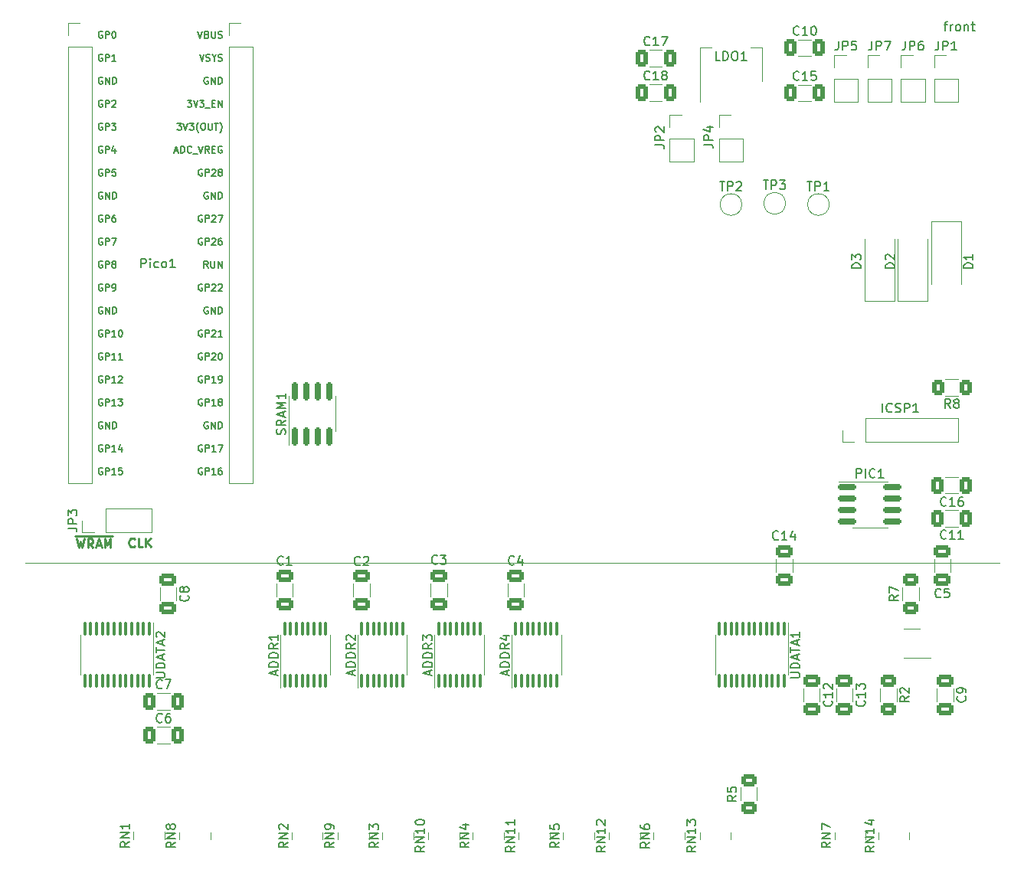
<source format=gto>
G04 #@! TF.GenerationSoftware,KiCad,Pcbnew,(6.0.6)*
G04 #@! TF.CreationDate,2022-08-18T11:59:31-05:00*
G04 #@! TF.ProjectId,v1,76312e6b-6963-4616-945f-706362585858,v1*
G04 #@! TF.SameCoordinates,Original*
G04 #@! TF.FileFunction,Legend,Top*
G04 #@! TF.FilePolarity,Positive*
%FSLAX46Y46*%
G04 Gerber Fmt 4.6, Leading zero omitted, Abs format (unit mm)*
G04 Created by KiCad (PCBNEW (6.0.6)) date 2022-08-18 11:59:31*
%MOMM*%
%LPD*%
G01*
G04 APERTURE LIST*
G04 Aperture macros list*
%AMRoundRect*
0 Rectangle with rounded corners*
0 $1 Rounding radius*
0 $2 $3 $4 $5 $6 $7 $8 $9 X,Y pos of 4 corners*
0 Add a 4 corners polygon primitive as box body*
4,1,4,$2,$3,$4,$5,$6,$7,$8,$9,$2,$3,0*
0 Add four circle primitives for the rounded corners*
1,1,$1+$1,$2,$3*
1,1,$1+$1,$4,$5*
1,1,$1+$1,$6,$7*
1,1,$1+$1,$8,$9*
0 Add four rect primitives between the rounded corners*
20,1,$1+$1,$2,$3,$4,$5,0*
20,1,$1+$1,$4,$5,$6,$7,0*
20,1,$1+$1,$6,$7,$8,$9,0*
20,1,$1+$1,$8,$9,$2,$3,0*%
G04 Aperture macros list end*
%ADD10C,0.250000*%
%ADD11C,0.150000*%
%ADD12C,0.120000*%
%ADD13R,0.400000X0.900000*%
%ADD14RoundRect,0.250000X-0.412500X-0.650000X0.412500X-0.650000X0.412500X0.650000X-0.412500X0.650000X0*%
%ADD15RoundRect,0.250000X0.650000X-0.412500X0.650000X0.412500X-0.650000X0.412500X-0.650000X-0.412500X0*%
%ADD16O,1.700000X1.700000*%
%ADD17R,1.700000X1.700000*%
%ADD18RoundRect,0.250000X0.412500X0.650000X-0.412500X0.650000X-0.412500X-0.650000X0.412500X-0.650000X0*%
%ADD19RoundRect,0.100000X0.100000X-0.637500X0.100000X0.637500X-0.100000X0.637500X-0.100000X-0.637500X0*%
%ADD20RoundRect,0.250000X-0.650000X0.412500X-0.650000X-0.412500X0.650000X-0.412500X0.650000X0.412500X0*%
%ADD21C,2.000000*%
%ADD22RoundRect,0.250000X0.625000X-0.400000X0.625000X0.400000X-0.625000X0.400000X-0.625000X-0.400000X0*%
%ADD23RoundRect,0.250000X0.400000X0.625000X-0.400000X0.625000X-0.400000X-0.625000X0.400000X-0.625000X0*%
%ADD24RoundRect,0.100000X-0.100000X0.637500X-0.100000X-0.637500X0.100000X-0.637500X0.100000X0.637500X0*%
%ADD25RoundRect,0.150000X0.150000X-0.825000X0.150000X0.825000X-0.150000X0.825000X-0.150000X-0.825000X0*%
%ADD26R,1.500000X2.000000*%
%ADD27R,3.800000X2.000000*%
%ADD28RoundRect,0.250000X-0.625000X0.400000X-0.625000X-0.400000X0.625000X-0.400000X0.625000X0.400000X0*%
%ADD29R,12.499340X8.001000*%
%ADD30R,59.999880X8.001000*%
%ADD31R,1.560000X0.650000*%
%ADD32R,1.800000X3.500000*%
%ADD33RoundRect,0.150000X-0.825000X-0.150000X0.825000X-0.150000X0.825000X0.150000X-0.825000X0.150000X0*%
G04 APERTURE END LIST*
D10*
X94284761Y-86987142D02*
X94237142Y-87034761D01*
X94094285Y-87082380D01*
X93999047Y-87082380D01*
X93856190Y-87034761D01*
X93760952Y-86939523D01*
X93713333Y-86844285D01*
X93665714Y-86653809D01*
X93665714Y-86510952D01*
X93713333Y-86320476D01*
X93760952Y-86225238D01*
X93856190Y-86130000D01*
X93999047Y-86082380D01*
X94094285Y-86082380D01*
X94237142Y-86130000D01*
X94284761Y-86177619D01*
X95189523Y-87082380D02*
X94713333Y-87082380D01*
X94713333Y-86082380D01*
X95522857Y-87082380D02*
X95522857Y-86082380D01*
X96094285Y-87082380D02*
X95665714Y-86510952D01*
X96094285Y-86082380D02*
X95522857Y-86653809D01*
X87728571Y-85870000D02*
X88871428Y-85870000D01*
X87871428Y-86152380D02*
X88109523Y-87152380D01*
X88300000Y-86438095D01*
X88490476Y-87152380D01*
X88728571Y-86152380D01*
X88871428Y-85870000D02*
X89871428Y-85870000D01*
X89680952Y-87152380D02*
X89347619Y-86676190D01*
X89109523Y-87152380D02*
X89109523Y-86152380D01*
X89490476Y-86152380D01*
X89585714Y-86200000D01*
X89633333Y-86247619D01*
X89680952Y-86342857D01*
X89680952Y-86485714D01*
X89633333Y-86580952D01*
X89585714Y-86628571D01*
X89490476Y-86676190D01*
X89109523Y-86676190D01*
X89871428Y-85870000D02*
X90728571Y-85870000D01*
X90061904Y-86866666D02*
X90538095Y-86866666D01*
X89966666Y-87152380D02*
X90300000Y-86152380D01*
X90633333Y-87152380D01*
X90728571Y-85870000D02*
X91871428Y-85870000D01*
X90966666Y-87152380D02*
X90966666Y-86152380D01*
X91300000Y-86866666D01*
X91633333Y-86152380D01*
X91633333Y-87152380D01*
D11*
X146327380Y-120166666D02*
X145851190Y-120500000D01*
X146327380Y-120738095D02*
X145327380Y-120738095D01*
X145327380Y-120357142D01*
X145375000Y-120261904D01*
X145422619Y-120214285D01*
X145517857Y-120166666D01*
X145660714Y-120166666D01*
X145755952Y-120214285D01*
X145803571Y-120261904D01*
X145851190Y-120357142D01*
X145851190Y-120738095D01*
X146327380Y-119738095D02*
X145327380Y-119738095D01*
X146327380Y-119166666D01*
X145327380Y-119166666D01*
X146327380Y-118166666D02*
X146327380Y-118738095D01*
X146327380Y-118452380D02*
X145327380Y-118452380D01*
X145470238Y-118547619D01*
X145565476Y-118642857D01*
X145613095Y-118738095D01*
X145422619Y-117785714D02*
X145375000Y-117738095D01*
X145327380Y-117642857D01*
X145327380Y-117404761D01*
X145375000Y-117309523D01*
X145422619Y-117261904D01*
X145517857Y-117214285D01*
X145613095Y-117214285D01*
X145755952Y-117261904D01*
X146327380Y-117833333D01*
X146327380Y-117214285D01*
X98802380Y-119690476D02*
X98326190Y-120023809D01*
X98802380Y-120261904D02*
X97802380Y-120261904D01*
X97802380Y-119880952D01*
X97850000Y-119785714D01*
X97897619Y-119738095D01*
X97992857Y-119690476D01*
X98135714Y-119690476D01*
X98230952Y-119738095D01*
X98278571Y-119785714D01*
X98326190Y-119880952D01*
X98326190Y-120261904D01*
X98802380Y-119261904D02*
X97802380Y-119261904D01*
X98802380Y-118690476D01*
X97802380Y-118690476D01*
X98230952Y-118071428D02*
X98183333Y-118166666D01*
X98135714Y-118214285D01*
X98040476Y-118261904D01*
X97992857Y-118261904D01*
X97897619Y-118214285D01*
X97850000Y-118166666D01*
X97802380Y-118071428D01*
X97802380Y-117880952D01*
X97850000Y-117785714D01*
X97897619Y-117738095D01*
X97992857Y-117690476D01*
X98040476Y-117690476D01*
X98135714Y-117738095D01*
X98183333Y-117785714D01*
X98230952Y-117880952D01*
X98230952Y-118071428D01*
X98278571Y-118166666D01*
X98326190Y-118214285D01*
X98421428Y-118261904D01*
X98611904Y-118261904D01*
X98707142Y-118214285D01*
X98754761Y-118166666D01*
X98802380Y-118071428D01*
X98802380Y-117880952D01*
X98754761Y-117785714D01*
X98707142Y-117738095D01*
X98611904Y-117690476D01*
X98421428Y-117690476D01*
X98326190Y-117738095D01*
X98278571Y-117785714D01*
X98230952Y-117880952D01*
X131252380Y-119690476D02*
X130776190Y-120023809D01*
X131252380Y-120261904D02*
X130252380Y-120261904D01*
X130252380Y-119880952D01*
X130300000Y-119785714D01*
X130347619Y-119738095D01*
X130442857Y-119690476D01*
X130585714Y-119690476D01*
X130680952Y-119738095D01*
X130728571Y-119785714D01*
X130776190Y-119880952D01*
X130776190Y-120261904D01*
X131252380Y-119261904D02*
X130252380Y-119261904D01*
X131252380Y-118690476D01*
X130252380Y-118690476D01*
X130585714Y-117785714D02*
X131252380Y-117785714D01*
X130204761Y-118023809D02*
X130919047Y-118261904D01*
X130919047Y-117642857D01*
X97323333Y-102637142D02*
X97275714Y-102684761D01*
X97132857Y-102732380D01*
X97037619Y-102732380D01*
X96894761Y-102684761D01*
X96799523Y-102589523D01*
X96751904Y-102494285D01*
X96704285Y-102303809D01*
X96704285Y-102160952D01*
X96751904Y-101970476D01*
X96799523Y-101875238D01*
X96894761Y-101780000D01*
X97037619Y-101732380D01*
X97132857Y-101732380D01*
X97275714Y-101780000D01*
X97323333Y-101827619D01*
X97656666Y-101732380D02*
X98323333Y-101732380D01*
X97894761Y-102732380D01*
X165447142Y-86197142D02*
X165399523Y-86244761D01*
X165256666Y-86292380D01*
X165161428Y-86292380D01*
X165018571Y-86244761D01*
X164923333Y-86149523D01*
X164875714Y-86054285D01*
X164828095Y-85863809D01*
X164828095Y-85720952D01*
X164875714Y-85530476D01*
X164923333Y-85435238D01*
X165018571Y-85340000D01*
X165161428Y-85292380D01*
X165256666Y-85292380D01*
X165399523Y-85340000D01*
X165447142Y-85387619D01*
X166399523Y-86292380D02*
X165828095Y-86292380D01*
X166113809Y-86292380D02*
X166113809Y-85292380D01*
X166018571Y-85435238D01*
X165923333Y-85530476D01*
X165828095Y-85578095D01*
X167256666Y-85625714D02*
X167256666Y-86292380D01*
X167018571Y-85244761D02*
X166780476Y-85959047D01*
X167399523Y-85959047D01*
X95002857Y-56172380D02*
X95002857Y-55172380D01*
X95383809Y-55172380D01*
X95479047Y-55220000D01*
X95526666Y-55267619D01*
X95574285Y-55362857D01*
X95574285Y-55505714D01*
X95526666Y-55600952D01*
X95479047Y-55648571D01*
X95383809Y-55696190D01*
X95002857Y-55696190D01*
X96002857Y-56172380D02*
X96002857Y-55505714D01*
X96002857Y-55172380D02*
X95955238Y-55220000D01*
X96002857Y-55267619D01*
X96050476Y-55220000D01*
X96002857Y-55172380D01*
X96002857Y-55267619D01*
X96907619Y-56124761D02*
X96812380Y-56172380D01*
X96621904Y-56172380D01*
X96526666Y-56124761D01*
X96479047Y-56077142D01*
X96431428Y-55981904D01*
X96431428Y-55696190D01*
X96479047Y-55600952D01*
X96526666Y-55553333D01*
X96621904Y-55505714D01*
X96812380Y-55505714D01*
X96907619Y-55553333D01*
X97479047Y-56172380D02*
X97383809Y-56124761D01*
X97336190Y-56077142D01*
X97288571Y-55981904D01*
X97288571Y-55696190D01*
X97336190Y-55600952D01*
X97383809Y-55553333D01*
X97479047Y-55505714D01*
X97621904Y-55505714D01*
X97717142Y-55553333D01*
X97764761Y-55600952D01*
X97812380Y-55696190D01*
X97812380Y-55981904D01*
X97764761Y-56077142D01*
X97717142Y-56124761D01*
X97621904Y-56172380D01*
X97479047Y-56172380D01*
X98764761Y-56172380D02*
X98193333Y-56172380D01*
X98479047Y-56172380D02*
X98479047Y-55172380D01*
X98383809Y-55315238D01*
X98288571Y-55410476D01*
X98193333Y-55458095D01*
X90718928Y-30085000D02*
X90647500Y-30049285D01*
X90540357Y-30049285D01*
X90433214Y-30085000D01*
X90361785Y-30156428D01*
X90326071Y-30227857D01*
X90290357Y-30370714D01*
X90290357Y-30477857D01*
X90326071Y-30620714D01*
X90361785Y-30692142D01*
X90433214Y-30763571D01*
X90540357Y-30799285D01*
X90611785Y-30799285D01*
X90718928Y-30763571D01*
X90754642Y-30727857D01*
X90754642Y-30477857D01*
X90611785Y-30477857D01*
X91076071Y-30799285D02*
X91076071Y-30049285D01*
X91361785Y-30049285D01*
X91433214Y-30085000D01*
X91468928Y-30120714D01*
X91504642Y-30192142D01*
X91504642Y-30299285D01*
X91468928Y-30370714D01*
X91433214Y-30406428D01*
X91361785Y-30442142D01*
X91076071Y-30442142D01*
X91968928Y-30049285D02*
X92040357Y-30049285D01*
X92111785Y-30085000D01*
X92147500Y-30120714D01*
X92183214Y-30192142D01*
X92218928Y-30335000D01*
X92218928Y-30513571D01*
X92183214Y-30656428D01*
X92147500Y-30727857D01*
X92111785Y-30763571D01*
X92040357Y-30799285D01*
X91968928Y-30799285D01*
X91897500Y-30763571D01*
X91861785Y-30727857D01*
X91826071Y-30656428D01*
X91790357Y-30513571D01*
X91790357Y-30335000D01*
X91826071Y-30192142D01*
X91861785Y-30120714D01*
X91897500Y-30085000D01*
X91968928Y-30049285D01*
X101755357Y-75805000D02*
X101683928Y-75769285D01*
X101576785Y-75769285D01*
X101469642Y-75805000D01*
X101398214Y-75876428D01*
X101362500Y-75947857D01*
X101326785Y-76090714D01*
X101326785Y-76197857D01*
X101362500Y-76340714D01*
X101398214Y-76412142D01*
X101469642Y-76483571D01*
X101576785Y-76519285D01*
X101648214Y-76519285D01*
X101755357Y-76483571D01*
X101791071Y-76447857D01*
X101791071Y-76197857D01*
X101648214Y-76197857D01*
X102112500Y-76519285D02*
X102112500Y-75769285D01*
X102398214Y-75769285D01*
X102469642Y-75805000D01*
X102505357Y-75840714D01*
X102541071Y-75912142D01*
X102541071Y-76019285D01*
X102505357Y-76090714D01*
X102469642Y-76126428D01*
X102398214Y-76162142D01*
X102112500Y-76162142D01*
X103255357Y-76519285D02*
X102826785Y-76519285D01*
X103041071Y-76519285D02*
X103041071Y-75769285D01*
X102969642Y-75876428D01*
X102898214Y-75947857D01*
X102826785Y-75983571D01*
X103505357Y-75769285D02*
X104005357Y-75769285D01*
X103683928Y-76519285D01*
X101755357Y-68185000D02*
X101683928Y-68149285D01*
X101576785Y-68149285D01*
X101469642Y-68185000D01*
X101398214Y-68256428D01*
X101362500Y-68327857D01*
X101326785Y-68470714D01*
X101326785Y-68577857D01*
X101362500Y-68720714D01*
X101398214Y-68792142D01*
X101469642Y-68863571D01*
X101576785Y-68899285D01*
X101648214Y-68899285D01*
X101755357Y-68863571D01*
X101791071Y-68827857D01*
X101791071Y-68577857D01*
X101648214Y-68577857D01*
X102112500Y-68899285D02*
X102112500Y-68149285D01*
X102398214Y-68149285D01*
X102469642Y-68185000D01*
X102505357Y-68220714D01*
X102541071Y-68292142D01*
X102541071Y-68399285D01*
X102505357Y-68470714D01*
X102469642Y-68506428D01*
X102398214Y-68542142D01*
X102112500Y-68542142D01*
X103255357Y-68899285D02*
X102826785Y-68899285D01*
X103041071Y-68899285D02*
X103041071Y-68149285D01*
X102969642Y-68256428D01*
X102898214Y-68327857D01*
X102826785Y-68363571D01*
X103612500Y-68899285D02*
X103755357Y-68899285D01*
X103826785Y-68863571D01*
X103862500Y-68827857D01*
X103933928Y-68720714D01*
X103969642Y-68577857D01*
X103969642Y-68292142D01*
X103933928Y-68220714D01*
X103898214Y-68185000D01*
X103826785Y-68149285D01*
X103683928Y-68149285D01*
X103612500Y-68185000D01*
X103576785Y-68220714D01*
X103541071Y-68292142D01*
X103541071Y-68470714D01*
X103576785Y-68542142D01*
X103612500Y-68577857D01*
X103683928Y-68613571D01*
X103826785Y-68613571D01*
X103898214Y-68577857D01*
X103933928Y-68542142D01*
X103969642Y-68470714D01*
X90718928Y-60565000D02*
X90647500Y-60529285D01*
X90540357Y-60529285D01*
X90433214Y-60565000D01*
X90361785Y-60636428D01*
X90326071Y-60707857D01*
X90290357Y-60850714D01*
X90290357Y-60957857D01*
X90326071Y-61100714D01*
X90361785Y-61172142D01*
X90433214Y-61243571D01*
X90540357Y-61279285D01*
X90611785Y-61279285D01*
X90718928Y-61243571D01*
X90754642Y-61207857D01*
X90754642Y-60957857D01*
X90611785Y-60957857D01*
X91076071Y-61279285D02*
X91076071Y-60529285D01*
X91504642Y-61279285D01*
X91504642Y-60529285D01*
X91861785Y-61279285D02*
X91861785Y-60529285D01*
X92040357Y-60529285D01*
X92147500Y-60565000D01*
X92218928Y-60636428D01*
X92254642Y-60707857D01*
X92290357Y-60850714D01*
X92290357Y-60957857D01*
X92254642Y-61100714D01*
X92218928Y-61172142D01*
X92147500Y-61243571D01*
X92040357Y-61279285D01*
X91861785Y-61279285D01*
X90718928Y-58025000D02*
X90647500Y-57989285D01*
X90540357Y-57989285D01*
X90433214Y-58025000D01*
X90361785Y-58096428D01*
X90326071Y-58167857D01*
X90290357Y-58310714D01*
X90290357Y-58417857D01*
X90326071Y-58560714D01*
X90361785Y-58632142D01*
X90433214Y-58703571D01*
X90540357Y-58739285D01*
X90611785Y-58739285D01*
X90718928Y-58703571D01*
X90754642Y-58667857D01*
X90754642Y-58417857D01*
X90611785Y-58417857D01*
X91076071Y-58739285D02*
X91076071Y-57989285D01*
X91361785Y-57989285D01*
X91433214Y-58025000D01*
X91468928Y-58060714D01*
X91504642Y-58132142D01*
X91504642Y-58239285D01*
X91468928Y-58310714D01*
X91433214Y-58346428D01*
X91361785Y-58382142D01*
X91076071Y-58382142D01*
X91861785Y-58739285D02*
X92004642Y-58739285D01*
X92076071Y-58703571D01*
X92111785Y-58667857D01*
X92183214Y-58560714D01*
X92218928Y-58417857D01*
X92218928Y-58132142D01*
X92183214Y-58060714D01*
X92147500Y-58025000D01*
X92076071Y-57989285D01*
X91933214Y-57989285D01*
X91861785Y-58025000D01*
X91826071Y-58060714D01*
X91790357Y-58132142D01*
X91790357Y-58310714D01*
X91826071Y-58382142D01*
X91861785Y-58417857D01*
X91933214Y-58453571D01*
X92076071Y-58453571D01*
X92147500Y-58417857D01*
X92183214Y-58382142D01*
X92218928Y-58310714D01*
X90718928Y-70725000D02*
X90647500Y-70689285D01*
X90540357Y-70689285D01*
X90433214Y-70725000D01*
X90361785Y-70796428D01*
X90326071Y-70867857D01*
X90290357Y-71010714D01*
X90290357Y-71117857D01*
X90326071Y-71260714D01*
X90361785Y-71332142D01*
X90433214Y-71403571D01*
X90540357Y-71439285D01*
X90611785Y-71439285D01*
X90718928Y-71403571D01*
X90754642Y-71367857D01*
X90754642Y-71117857D01*
X90611785Y-71117857D01*
X91076071Y-71439285D02*
X91076071Y-70689285D01*
X91361785Y-70689285D01*
X91433214Y-70725000D01*
X91468928Y-70760714D01*
X91504642Y-70832142D01*
X91504642Y-70939285D01*
X91468928Y-71010714D01*
X91433214Y-71046428D01*
X91361785Y-71082142D01*
X91076071Y-71082142D01*
X92218928Y-71439285D02*
X91790357Y-71439285D01*
X92004642Y-71439285D02*
X92004642Y-70689285D01*
X91933214Y-70796428D01*
X91861785Y-70867857D01*
X91790357Y-70903571D01*
X92468928Y-70689285D02*
X92933214Y-70689285D01*
X92683214Y-70975000D01*
X92790357Y-70975000D01*
X92861785Y-71010714D01*
X92897500Y-71046428D01*
X92933214Y-71117857D01*
X92933214Y-71296428D01*
X92897500Y-71367857D01*
X92861785Y-71403571D01*
X92790357Y-71439285D01*
X92576071Y-71439285D01*
X92504642Y-71403571D01*
X92468928Y-71367857D01*
X101469642Y-32589285D02*
X101719642Y-33339285D01*
X101969642Y-32589285D01*
X102183928Y-33303571D02*
X102291071Y-33339285D01*
X102469642Y-33339285D01*
X102541071Y-33303571D01*
X102576785Y-33267857D01*
X102612500Y-33196428D01*
X102612500Y-33125000D01*
X102576785Y-33053571D01*
X102541071Y-33017857D01*
X102469642Y-32982142D01*
X102326785Y-32946428D01*
X102255357Y-32910714D01*
X102219642Y-32875000D01*
X102183928Y-32803571D01*
X102183928Y-32732142D01*
X102219642Y-32660714D01*
X102255357Y-32625000D01*
X102326785Y-32589285D01*
X102505357Y-32589285D01*
X102612500Y-32625000D01*
X103076785Y-32982142D02*
X103076785Y-33339285D01*
X102826785Y-32589285D02*
X103076785Y-32982142D01*
X103326785Y-32589285D01*
X103541071Y-33303571D02*
X103648214Y-33339285D01*
X103826785Y-33339285D01*
X103898214Y-33303571D01*
X103933928Y-33267857D01*
X103969642Y-33196428D01*
X103969642Y-33125000D01*
X103933928Y-33053571D01*
X103898214Y-33017857D01*
X103826785Y-32982142D01*
X103683928Y-32946428D01*
X103612500Y-32910714D01*
X103576785Y-32875000D01*
X103541071Y-32803571D01*
X103541071Y-32732142D01*
X103576785Y-32660714D01*
X103612500Y-32625000D01*
X103683928Y-32589285D01*
X103862500Y-32589285D01*
X103969642Y-32625000D01*
X101755357Y-58025000D02*
X101683928Y-57989285D01*
X101576785Y-57989285D01*
X101469642Y-58025000D01*
X101398214Y-58096428D01*
X101362500Y-58167857D01*
X101326785Y-58310714D01*
X101326785Y-58417857D01*
X101362500Y-58560714D01*
X101398214Y-58632142D01*
X101469642Y-58703571D01*
X101576785Y-58739285D01*
X101648214Y-58739285D01*
X101755357Y-58703571D01*
X101791071Y-58667857D01*
X101791071Y-58417857D01*
X101648214Y-58417857D01*
X102112500Y-58739285D02*
X102112500Y-57989285D01*
X102398214Y-57989285D01*
X102469642Y-58025000D01*
X102505357Y-58060714D01*
X102541071Y-58132142D01*
X102541071Y-58239285D01*
X102505357Y-58310714D01*
X102469642Y-58346428D01*
X102398214Y-58382142D01*
X102112500Y-58382142D01*
X102826785Y-58060714D02*
X102862500Y-58025000D01*
X102933928Y-57989285D01*
X103112500Y-57989285D01*
X103183928Y-58025000D01*
X103219642Y-58060714D01*
X103255357Y-58132142D01*
X103255357Y-58203571D01*
X103219642Y-58310714D01*
X102791071Y-58739285D01*
X103255357Y-58739285D01*
X103541071Y-58060714D02*
X103576785Y-58025000D01*
X103648214Y-57989285D01*
X103826785Y-57989285D01*
X103898214Y-58025000D01*
X103933928Y-58060714D01*
X103969642Y-58132142D01*
X103969642Y-58203571D01*
X103933928Y-58310714D01*
X103505357Y-58739285D01*
X103969642Y-58739285D01*
X101755357Y-50405000D02*
X101683928Y-50369285D01*
X101576785Y-50369285D01*
X101469642Y-50405000D01*
X101398214Y-50476428D01*
X101362500Y-50547857D01*
X101326785Y-50690714D01*
X101326785Y-50797857D01*
X101362500Y-50940714D01*
X101398214Y-51012142D01*
X101469642Y-51083571D01*
X101576785Y-51119285D01*
X101648214Y-51119285D01*
X101755357Y-51083571D01*
X101791071Y-51047857D01*
X101791071Y-50797857D01*
X101648214Y-50797857D01*
X102112500Y-51119285D02*
X102112500Y-50369285D01*
X102398214Y-50369285D01*
X102469642Y-50405000D01*
X102505357Y-50440714D01*
X102541071Y-50512142D01*
X102541071Y-50619285D01*
X102505357Y-50690714D01*
X102469642Y-50726428D01*
X102398214Y-50762142D01*
X102112500Y-50762142D01*
X102826785Y-50440714D02*
X102862500Y-50405000D01*
X102933928Y-50369285D01*
X103112500Y-50369285D01*
X103183928Y-50405000D01*
X103219642Y-50440714D01*
X103255357Y-50512142D01*
X103255357Y-50583571D01*
X103219642Y-50690714D01*
X102791071Y-51119285D01*
X103255357Y-51119285D01*
X103505357Y-50369285D02*
X104005357Y-50369285D01*
X103683928Y-51119285D01*
X90718928Y-55485000D02*
X90647500Y-55449285D01*
X90540357Y-55449285D01*
X90433214Y-55485000D01*
X90361785Y-55556428D01*
X90326071Y-55627857D01*
X90290357Y-55770714D01*
X90290357Y-55877857D01*
X90326071Y-56020714D01*
X90361785Y-56092142D01*
X90433214Y-56163571D01*
X90540357Y-56199285D01*
X90611785Y-56199285D01*
X90718928Y-56163571D01*
X90754642Y-56127857D01*
X90754642Y-55877857D01*
X90611785Y-55877857D01*
X91076071Y-56199285D02*
X91076071Y-55449285D01*
X91361785Y-55449285D01*
X91433214Y-55485000D01*
X91468928Y-55520714D01*
X91504642Y-55592142D01*
X91504642Y-55699285D01*
X91468928Y-55770714D01*
X91433214Y-55806428D01*
X91361785Y-55842142D01*
X91076071Y-55842142D01*
X91933214Y-55770714D02*
X91861785Y-55735000D01*
X91826071Y-55699285D01*
X91790357Y-55627857D01*
X91790357Y-55592142D01*
X91826071Y-55520714D01*
X91861785Y-55485000D01*
X91933214Y-55449285D01*
X92076071Y-55449285D01*
X92147500Y-55485000D01*
X92183214Y-55520714D01*
X92218928Y-55592142D01*
X92218928Y-55627857D01*
X92183214Y-55699285D01*
X92147500Y-55735000D01*
X92076071Y-55770714D01*
X91933214Y-55770714D01*
X91861785Y-55806428D01*
X91826071Y-55842142D01*
X91790357Y-55913571D01*
X91790357Y-56056428D01*
X91826071Y-56127857D01*
X91861785Y-56163571D01*
X91933214Y-56199285D01*
X92076071Y-56199285D01*
X92147500Y-56163571D01*
X92183214Y-56127857D01*
X92218928Y-56056428D01*
X92218928Y-55913571D01*
X92183214Y-55842142D01*
X92147500Y-55806428D01*
X92076071Y-55770714D01*
X90718928Y-42785000D02*
X90647500Y-42749285D01*
X90540357Y-42749285D01*
X90433214Y-42785000D01*
X90361785Y-42856428D01*
X90326071Y-42927857D01*
X90290357Y-43070714D01*
X90290357Y-43177857D01*
X90326071Y-43320714D01*
X90361785Y-43392142D01*
X90433214Y-43463571D01*
X90540357Y-43499285D01*
X90611785Y-43499285D01*
X90718928Y-43463571D01*
X90754642Y-43427857D01*
X90754642Y-43177857D01*
X90611785Y-43177857D01*
X91076071Y-43499285D02*
X91076071Y-42749285D01*
X91361785Y-42749285D01*
X91433214Y-42785000D01*
X91468928Y-42820714D01*
X91504642Y-42892142D01*
X91504642Y-42999285D01*
X91468928Y-43070714D01*
X91433214Y-43106428D01*
X91361785Y-43142142D01*
X91076071Y-43142142D01*
X92147500Y-42999285D02*
X92147500Y-43499285D01*
X91968928Y-42713571D02*
X91790357Y-43249285D01*
X92254642Y-43249285D01*
X101755357Y-45325000D02*
X101683928Y-45289285D01*
X101576785Y-45289285D01*
X101469642Y-45325000D01*
X101398214Y-45396428D01*
X101362500Y-45467857D01*
X101326785Y-45610714D01*
X101326785Y-45717857D01*
X101362500Y-45860714D01*
X101398214Y-45932142D01*
X101469642Y-46003571D01*
X101576785Y-46039285D01*
X101648214Y-46039285D01*
X101755357Y-46003571D01*
X101791071Y-45967857D01*
X101791071Y-45717857D01*
X101648214Y-45717857D01*
X102112500Y-46039285D02*
X102112500Y-45289285D01*
X102398214Y-45289285D01*
X102469642Y-45325000D01*
X102505357Y-45360714D01*
X102541071Y-45432142D01*
X102541071Y-45539285D01*
X102505357Y-45610714D01*
X102469642Y-45646428D01*
X102398214Y-45682142D01*
X102112500Y-45682142D01*
X102826785Y-45360714D02*
X102862500Y-45325000D01*
X102933928Y-45289285D01*
X103112500Y-45289285D01*
X103183928Y-45325000D01*
X103219642Y-45360714D01*
X103255357Y-45432142D01*
X103255357Y-45503571D01*
X103219642Y-45610714D01*
X102791071Y-46039285D01*
X103255357Y-46039285D01*
X103683928Y-45610714D02*
X103612500Y-45575000D01*
X103576785Y-45539285D01*
X103541071Y-45467857D01*
X103541071Y-45432142D01*
X103576785Y-45360714D01*
X103612500Y-45325000D01*
X103683928Y-45289285D01*
X103826785Y-45289285D01*
X103898214Y-45325000D01*
X103933928Y-45360714D01*
X103969642Y-45432142D01*
X103969642Y-45467857D01*
X103933928Y-45539285D01*
X103898214Y-45575000D01*
X103826785Y-45610714D01*
X103683928Y-45610714D01*
X103612500Y-45646428D01*
X103576785Y-45682142D01*
X103541071Y-45753571D01*
X103541071Y-45896428D01*
X103576785Y-45967857D01*
X103612500Y-46003571D01*
X103683928Y-46039285D01*
X103826785Y-46039285D01*
X103898214Y-46003571D01*
X103933928Y-45967857D01*
X103969642Y-45896428D01*
X103969642Y-45753571D01*
X103933928Y-45682142D01*
X103898214Y-45646428D01*
X103826785Y-45610714D01*
X102398214Y-35165000D02*
X102326785Y-35129285D01*
X102219642Y-35129285D01*
X102112500Y-35165000D01*
X102041071Y-35236428D01*
X102005357Y-35307857D01*
X101969642Y-35450714D01*
X101969642Y-35557857D01*
X102005357Y-35700714D01*
X102041071Y-35772142D01*
X102112500Y-35843571D01*
X102219642Y-35879285D01*
X102291071Y-35879285D01*
X102398214Y-35843571D01*
X102433928Y-35807857D01*
X102433928Y-35557857D01*
X102291071Y-35557857D01*
X102755357Y-35879285D02*
X102755357Y-35129285D01*
X103183928Y-35879285D01*
X103183928Y-35129285D01*
X103541071Y-35879285D02*
X103541071Y-35129285D01*
X103719642Y-35129285D01*
X103826785Y-35165000D01*
X103898214Y-35236428D01*
X103933928Y-35307857D01*
X103969642Y-35450714D01*
X103969642Y-35557857D01*
X103933928Y-35700714D01*
X103898214Y-35772142D01*
X103826785Y-35843571D01*
X103719642Y-35879285D01*
X103541071Y-35879285D01*
X102398214Y-56199285D02*
X102148214Y-55842142D01*
X101969642Y-56199285D02*
X101969642Y-55449285D01*
X102255357Y-55449285D01*
X102326785Y-55485000D01*
X102362500Y-55520714D01*
X102398214Y-55592142D01*
X102398214Y-55699285D01*
X102362500Y-55770714D01*
X102326785Y-55806428D01*
X102255357Y-55842142D01*
X101969642Y-55842142D01*
X102719642Y-55449285D02*
X102719642Y-56056428D01*
X102755357Y-56127857D01*
X102791071Y-56163571D01*
X102862500Y-56199285D01*
X103005357Y-56199285D01*
X103076785Y-56163571D01*
X103112500Y-56127857D01*
X103148214Y-56056428D01*
X103148214Y-55449285D01*
X103505357Y-56199285D02*
X103505357Y-55449285D01*
X103933928Y-56199285D01*
X103933928Y-55449285D01*
X90718928Y-47865000D02*
X90647500Y-47829285D01*
X90540357Y-47829285D01*
X90433214Y-47865000D01*
X90361785Y-47936428D01*
X90326071Y-48007857D01*
X90290357Y-48150714D01*
X90290357Y-48257857D01*
X90326071Y-48400714D01*
X90361785Y-48472142D01*
X90433214Y-48543571D01*
X90540357Y-48579285D01*
X90611785Y-48579285D01*
X90718928Y-48543571D01*
X90754642Y-48507857D01*
X90754642Y-48257857D01*
X90611785Y-48257857D01*
X91076071Y-48579285D02*
X91076071Y-47829285D01*
X91504642Y-48579285D01*
X91504642Y-47829285D01*
X91861785Y-48579285D02*
X91861785Y-47829285D01*
X92040357Y-47829285D01*
X92147500Y-47865000D01*
X92218928Y-47936428D01*
X92254642Y-48007857D01*
X92290357Y-48150714D01*
X92290357Y-48257857D01*
X92254642Y-48400714D01*
X92218928Y-48472142D01*
X92147500Y-48543571D01*
X92040357Y-48579285D01*
X91861785Y-48579285D01*
X101755357Y-70725000D02*
X101683928Y-70689285D01*
X101576785Y-70689285D01*
X101469642Y-70725000D01*
X101398214Y-70796428D01*
X101362500Y-70867857D01*
X101326785Y-71010714D01*
X101326785Y-71117857D01*
X101362500Y-71260714D01*
X101398214Y-71332142D01*
X101469642Y-71403571D01*
X101576785Y-71439285D01*
X101648214Y-71439285D01*
X101755357Y-71403571D01*
X101791071Y-71367857D01*
X101791071Y-71117857D01*
X101648214Y-71117857D01*
X102112500Y-71439285D02*
X102112500Y-70689285D01*
X102398214Y-70689285D01*
X102469642Y-70725000D01*
X102505357Y-70760714D01*
X102541071Y-70832142D01*
X102541071Y-70939285D01*
X102505357Y-71010714D01*
X102469642Y-71046428D01*
X102398214Y-71082142D01*
X102112500Y-71082142D01*
X103255357Y-71439285D02*
X102826785Y-71439285D01*
X103041071Y-71439285D02*
X103041071Y-70689285D01*
X102969642Y-70796428D01*
X102898214Y-70867857D01*
X102826785Y-70903571D01*
X103683928Y-71010714D02*
X103612500Y-70975000D01*
X103576785Y-70939285D01*
X103541071Y-70867857D01*
X103541071Y-70832142D01*
X103576785Y-70760714D01*
X103612500Y-70725000D01*
X103683928Y-70689285D01*
X103826785Y-70689285D01*
X103898214Y-70725000D01*
X103933928Y-70760714D01*
X103969642Y-70832142D01*
X103969642Y-70867857D01*
X103933928Y-70939285D01*
X103898214Y-70975000D01*
X103826785Y-71010714D01*
X103683928Y-71010714D01*
X103612500Y-71046428D01*
X103576785Y-71082142D01*
X103541071Y-71153571D01*
X103541071Y-71296428D01*
X103576785Y-71367857D01*
X103612500Y-71403571D01*
X103683928Y-71439285D01*
X103826785Y-71439285D01*
X103898214Y-71403571D01*
X103933928Y-71367857D01*
X103969642Y-71296428D01*
X103969642Y-71153571D01*
X103933928Y-71082142D01*
X103898214Y-71046428D01*
X103826785Y-71010714D01*
X98719642Y-43285000D02*
X99076785Y-43285000D01*
X98648214Y-43499285D02*
X98898214Y-42749285D01*
X99148214Y-43499285D01*
X99398214Y-43499285D02*
X99398214Y-42749285D01*
X99576785Y-42749285D01*
X99683928Y-42785000D01*
X99755357Y-42856428D01*
X99791071Y-42927857D01*
X99826785Y-43070714D01*
X99826785Y-43177857D01*
X99791071Y-43320714D01*
X99755357Y-43392142D01*
X99683928Y-43463571D01*
X99576785Y-43499285D01*
X99398214Y-43499285D01*
X100576785Y-43427857D02*
X100541071Y-43463571D01*
X100433928Y-43499285D01*
X100362500Y-43499285D01*
X100255357Y-43463571D01*
X100183928Y-43392142D01*
X100148214Y-43320714D01*
X100112500Y-43177857D01*
X100112500Y-43070714D01*
X100148214Y-42927857D01*
X100183928Y-42856428D01*
X100255357Y-42785000D01*
X100362500Y-42749285D01*
X100433928Y-42749285D01*
X100541071Y-42785000D01*
X100576785Y-42820714D01*
X100719642Y-43570714D02*
X101291071Y-43570714D01*
X101362500Y-42749285D02*
X101612500Y-43499285D01*
X101862500Y-42749285D01*
X102541071Y-43499285D02*
X102291071Y-43142142D01*
X102112500Y-43499285D02*
X102112500Y-42749285D01*
X102398214Y-42749285D01*
X102469642Y-42785000D01*
X102505357Y-42820714D01*
X102541071Y-42892142D01*
X102541071Y-42999285D01*
X102505357Y-43070714D01*
X102469642Y-43106428D01*
X102398214Y-43142142D01*
X102112500Y-43142142D01*
X102862500Y-43106428D02*
X103112500Y-43106428D01*
X103219642Y-43499285D02*
X102862500Y-43499285D01*
X102862500Y-42749285D01*
X103219642Y-42749285D01*
X103933928Y-42785000D02*
X103862500Y-42749285D01*
X103755357Y-42749285D01*
X103648214Y-42785000D01*
X103576785Y-42856428D01*
X103541071Y-42927857D01*
X103505357Y-43070714D01*
X103505357Y-43177857D01*
X103541071Y-43320714D01*
X103576785Y-43392142D01*
X103648214Y-43463571D01*
X103755357Y-43499285D01*
X103826785Y-43499285D01*
X103933928Y-43463571D01*
X103969642Y-43427857D01*
X103969642Y-43177857D01*
X103826785Y-43177857D01*
X102398214Y-60565000D02*
X102326785Y-60529285D01*
X102219642Y-60529285D01*
X102112500Y-60565000D01*
X102041071Y-60636428D01*
X102005357Y-60707857D01*
X101969642Y-60850714D01*
X101969642Y-60957857D01*
X102005357Y-61100714D01*
X102041071Y-61172142D01*
X102112500Y-61243571D01*
X102219642Y-61279285D01*
X102291071Y-61279285D01*
X102398214Y-61243571D01*
X102433928Y-61207857D01*
X102433928Y-60957857D01*
X102291071Y-60957857D01*
X102755357Y-61279285D02*
X102755357Y-60529285D01*
X103183928Y-61279285D01*
X103183928Y-60529285D01*
X103541071Y-61279285D02*
X103541071Y-60529285D01*
X103719642Y-60529285D01*
X103826785Y-60565000D01*
X103898214Y-60636428D01*
X103933928Y-60707857D01*
X103969642Y-60850714D01*
X103969642Y-60957857D01*
X103933928Y-61100714D01*
X103898214Y-61172142D01*
X103826785Y-61243571D01*
X103719642Y-61279285D01*
X103541071Y-61279285D01*
X90718928Y-35165000D02*
X90647500Y-35129285D01*
X90540357Y-35129285D01*
X90433214Y-35165000D01*
X90361785Y-35236428D01*
X90326071Y-35307857D01*
X90290357Y-35450714D01*
X90290357Y-35557857D01*
X90326071Y-35700714D01*
X90361785Y-35772142D01*
X90433214Y-35843571D01*
X90540357Y-35879285D01*
X90611785Y-35879285D01*
X90718928Y-35843571D01*
X90754642Y-35807857D01*
X90754642Y-35557857D01*
X90611785Y-35557857D01*
X91076071Y-35879285D02*
X91076071Y-35129285D01*
X91504642Y-35879285D01*
X91504642Y-35129285D01*
X91861785Y-35879285D02*
X91861785Y-35129285D01*
X92040357Y-35129285D01*
X92147500Y-35165000D01*
X92218928Y-35236428D01*
X92254642Y-35307857D01*
X92290357Y-35450714D01*
X92290357Y-35557857D01*
X92254642Y-35700714D01*
X92218928Y-35772142D01*
X92147500Y-35843571D01*
X92040357Y-35879285D01*
X91861785Y-35879285D01*
X90718928Y-68185000D02*
X90647500Y-68149285D01*
X90540357Y-68149285D01*
X90433214Y-68185000D01*
X90361785Y-68256428D01*
X90326071Y-68327857D01*
X90290357Y-68470714D01*
X90290357Y-68577857D01*
X90326071Y-68720714D01*
X90361785Y-68792142D01*
X90433214Y-68863571D01*
X90540357Y-68899285D01*
X90611785Y-68899285D01*
X90718928Y-68863571D01*
X90754642Y-68827857D01*
X90754642Y-68577857D01*
X90611785Y-68577857D01*
X91076071Y-68899285D02*
X91076071Y-68149285D01*
X91361785Y-68149285D01*
X91433214Y-68185000D01*
X91468928Y-68220714D01*
X91504642Y-68292142D01*
X91504642Y-68399285D01*
X91468928Y-68470714D01*
X91433214Y-68506428D01*
X91361785Y-68542142D01*
X91076071Y-68542142D01*
X92218928Y-68899285D02*
X91790357Y-68899285D01*
X92004642Y-68899285D02*
X92004642Y-68149285D01*
X91933214Y-68256428D01*
X91861785Y-68327857D01*
X91790357Y-68363571D01*
X92504642Y-68220714D02*
X92540357Y-68185000D01*
X92611785Y-68149285D01*
X92790357Y-68149285D01*
X92861785Y-68185000D01*
X92897500Y-68220714D01*
X92933214Y-68292142D01*
X92933214Y-68363571D01*
X92897500Y-68470714D01*
X92468928Y-68899285D01*
X92933214Y-68899285D01*
X101755357Y-65645000D02*
X101683928Y-65609285D01*
X101576785Y-65609285D01*
X101469642Y-65645000D01*
X101398214Y-65716428D01*
X101362500Y-65787857D01*
X101326785Y-65930714D01*
X101326785Y-66037857D01*
X101362500Y-66180714D01*
X101398214Y-66252142D01*
X101469642Y-66323571D01*
X101576785Y-66359285D01*
X101648214Y-66359285D01*
X101755357Y-66323571D01*
X101791071Y-66287857D01*
X101791071Y-66037857D01*
X101648214Y-66037857D01*
X102112500Y-66359285D02*
X102112500Y-65609285D01*
X102398214Y-65609285D01*
X102469642Y-65645000D01*
X102505357Y-65680714D01*
X102541071Y-65752142D01*
X102541071Y-65859285D01*
X102505357Y-65930714D01*
X102469642Y-65966428D01*
X102398214Y-66002142D01*
X102112500Y-66002142D01*
X102826785Y-65680714D02*
X102862500Y-65645000D01*
X102933928Y-65609285D01*
X103112500Y-65609285D01*
X103183928Y-65645000D01*
X103219642Y-65680714D01*
X103255357Y-65752142D01*
X103255357Y-65823571D01*
X103219642Y-65930714D01*
X102791071Y-66359285D01*
X103255357Y-66359285D01*
X103719642Y-65609285D02*
X103791071Y-65609285D01*
X103862500Y-65645000D01*
X103898214Y-65680714D01*
X103933928Y-65752142D01*
X103969642Y-65895000D01*
X103969642Y-66073571D01*
X103933928Y-66216428D01*
X103898214Y-66287857D01*
X103862500Y-66323571D01*
X103791071Y-66359285D01*
X103719642Y-66359285D01*
X103648214Y-66323571D01*
X103612500Y-66287857D01*
X103576785Y-66216428D01*
X103541071Y-66073571D01*
X103541071Y-65895000D01*
X103576785Y-65752142D01*
X103612500Y-65680714D01*
X103648214Y-65645000D01*
X103719642Y-65609285D01*
X99005357Y-40209285D02*
X99469642Y-40209285D01*
X99219642Y-40495000D01*
X99326785Y-40495000D01*
X99398214Y-40530714D01*
X99433928Y-40566428D01*
X99469642Y-40637857D01*
X99469642Y-40816428D01*
X99433928Y-40887857D01*
X99398214Y-40923571D01*
X99326785Y-40959285D01*
X99112500Y-40959285D01*
X99041071Y-40923571D01*
X99005357Y-40887857D01*
X99683928Y-40209285D02*
X99933928Y-40959285D01*
X100183928Y-40209285D01*
X100362500Y-40209285D02*
X100826785Y-40209285D01*
X100576785Y-40495000D01*
X100683928Y-40495000D01*
X100755357Y-40530714D01*
X100791071Y-40566428D01*
X100826785Y-40637857D01*
X100826785Y-40816428D01*
X100791071Y-40887857D01*
X100755357Y-40923571D01*
X100683928Y-40959285D01*
X100469642Y-40959285D01*
X100398214Y-40923571D01*
X100362500Y-40887857D01*
X101362500Y-41245000D02*
X101326785Y-41209285D01*
X101255357Y-41102142D01*
X101219642Y-41030714D01*
X101183928Y-40923571D01*
X101148214Y-40745000D01*
X101148214Y-40602142D01*
X101183928Y-40423571D01*
X101219642Y-40316428D01*
X101255357Y-40245000D01*
X101326785Y-40137857D01*
X101362500Y-40102142D01*
X101791071Y-40209285D02*
X101933928Y-40209285D01*
X102005357Y-40245000D01*
X102076785Y-40316428D01*
X102112500Y-40459285D01*
X102112500Y-40709285D01*
X102076785Y-40852142D01*
X102005357Y-40923571D01*
X101933928Y-40959285D01*
X101791071Y-40959285D01*
X101719642Y-40923571D01*
X101648214Y-40852142D01*
X101612500Y-40709285D01*
X101612500Y-40459285D01*
X101648214Y-40316428D01*
X101719642Y-40245000D01*
X101791071Y-40209285D01*
X102433928Y-40209285D02*
X102433928Y-40816428D01*
X102469642Y-40887857D01*
X102505357Y-40923571D01*
X102576785Y-40959285D01*
X102719642Y-40959285D01*
X102791071Y-40923571D01*
X102826785Y-40887857D01*
X102862500Y-40816428D01*
X102862500Y-40209285D01*
X103112500Y-40209285D02*
X103541071Y-40209285D01*
X103326785Y-40959285D02*
X103326785Y-40209285D01*
X103719642Y-41245000D02*
X103755357Y-41209285D01*
X103826785Y-41102142D01*
X103862500Y-41030714D01*
X103898214Y-40923571D01*
X103933928Y-40745000D01*
X103933928Y-40602142D01*
X103898214Y-40423571D01*
X103862500Y-40316428D01*
X103826785Y-40245000D01*
X103755357Y-40137857D01*
X103719642Y-40102142D01*
X90718928Y-45325000D02*
X90647500Y-45289285D01*
X90540357Y-45289285D01*
X90433214Y-45325000D01*
X90361785Y-45396428D01*
X90326071Y-45467857D01*
X90290357Y-45610714D01*
X90290357Y-45717857D01*
X90326071Y-45860714D01*
X90361785Y-45932142D01*
X90433214Y-46003571D01*
X90540357Y-46039285D01*
X90611785Y-46039285D01*
X90718928Y-46003571D01*
X90754642Y-45967857D01*
X90754642Y-45717857D01*
X90611785Y-45717857D01*
X91076071Y-46039285D02*
X91076071Y-45289285D01*
X91361785Y-45289285D01*
X91433214Y-45325000D01*
X91468928Y-45360714D01*
X91504642Y-45432142D01*
X91504642Y-45539285D01*
X91468928Y-45610714D01*
X91433214Y-45646428D01*
X91361785Y-45682142D01*
X91076071Y-45682142D01*
X92183214Y-45289285D02*
X91826071Y-45289285D01*
X91790357Y-45646428D01*
X91826071Y-45610714D01*
X91897500Y-45575000D01*
X92076071Y-45575000D01*
X92147500Y-45610714D01*
X92183214Y-45646428D01*
X92218928Y-45717857D01*
X92218928Y-45896428D01*
X92183214Y-45967857D01*
X92147500Y-46003571D01*
X92076071Y-46039285D01*
X91897500Y-46039285D01*
X91826071Y-46003571D01*
X91790357Y-45967857D01*
X90718928Y-37705000D02*
X90647500Y-37669285D01*
X90540357Y-37669285D01*
X90433214Y-37705000D01*
X90361785Y-37776428D01*
X90326071Y-37847857D01*
X90290357Y-37990714D01*
X90290357Y-38097857D01*
X90326071Y-38240714D01*
X90361785Y-38312142D01*
X90433214Y-38383571D01*
X90540357Y-38419285D01*
X90611785Y-38419285D01*
X90718928Y-38383571D01*
X90754642Y-38347857D01*
X90754642Y-38097857D01*
X90611785Y-38097857D01*
X91076071Y-38419285D02*
X91076071Y-37669285D01*
X91361785Y-37669285D01*
X91433214Y-37705000D01*
X91468928Y-37740714D01*
X91504642Y-37812142D01*
X91504642Y-37919285D01*
X91468928Y-37990714D01*
X91433214Y-38026428D01*
X91361785Y-38062142D01*
X91076071Y-38062142D01*
X91790357Y-37740714D02*
X91826071Y-37705000D01*
X91897500Y-37669285D01*
X92076071Y-37669285D01*
X92147500Y-37705000D01*
X92183214Y-37740714D01*
X92218928Y-37812142D01*
X92218928Y-37883571D01*
X92183214Y-37990714D01*
X91754642Y-38419285D01*
X92218928Y-38419285D01*
X90718928Y-65645000D02*
X90647500Y-65609285D01*
X90540357Y-65609285D01*
X90433214Y-65645000D01*
X90361785Y-65716428D01*
X90326071Y-65787857D01*
X90290357Y-65930714D01*
X90290357Y-66037857D01*
X90326071Y-66180714D01*
X90361785Y-66252142D01*
X90433214Y-66323571D01*
X90540357Y-66359285D01*
X90611785Y-66359285D01*
X90718928Y-66323571D01*
X90754642Y-66287857D01*
X90754642Y-66037857D01*
X90611785Y-66037857D01*
X91076071Y-66359285D02*
X91076071Y-65609285D01*
X91361785Y-65609285D01*
X91433214Y-65645000D01*
X91468928Y-65680714D01*
X91504642Y-65752142D01*
X91504642Y-65859285D01*
X91468928Y-65930714D01*
X91433214Y-65966428D01*
X91361785Y-66002142D01*
X91076071Y-66002142D01*
X92218928Y-66359285D02*
X91790357Y-66359285D01*
X92004642Y-66359285D02*
X92004642Y-65609285D01*
X91933214Y-65716428D01*
X91861785Y-65787857D01*
X91790357Y-65823571D01*
X92933214Y-66359285D02*
X92504642Y-66359285D01*
X92718928Y-66359285D02*
X92718928Y-65609285D01*
X92647500Y-65716428D01*
X92576071Y-65787857D01*
X92504642Y-65823571D01*
X90718928Y-40245000D02*
X90647500Y-40209285D01*
X90540357Y-40209285D01*
X90433214Y-40245000D01*
X90361785Y-40316428D01*
X90326071Y-40387857D01*
X90290357Y-40530714D01*
X90290357Y-40637857D01*
X90326071Y-40780714D01*
X90361785Y-40852142D01*
X90433214Y-40923571D01*
X90540357Y-40959285D01*
X90611785Y-40959285D01*
X90718928Y-40923571D01*
X90754642Y-40887857D01*
X90754642Y-40637857D01*
X90611785Y-40637857D01*
X91076071Y-40959285D02*
X91076071Y-40209285D01*
X91361785Y-40209285D01*
X91433214Y-40245000D01*
X91468928Y-40280714D01*
X91504642Y-40352142D01*
X91504642Y-40459285D01*
X91468928Y-40530714D01*
X91433214Y-40566428D01*
X91361785Y-40602142D01*
X91076071Y-40602142D01*
X91754642Y-40209285D02*
X92218928Y-40209285D01*
X91968928Y-40495000D01*
X92076071Y-40495000D01*
X92147500Y-40530714D01*
X92183214Y-40566428D01*
X92218928Y-40637857D01*
X92218928Y-40816428D01*
X92183214Y-40887857D01*
X92147500Y-40923571D01*
X92076071Y-40959285D01*
X91861785Y-40959285D01*
X91790357Y-40923571D01*
X91754642Y-40887857D01*
X101755357Y-78345000D02*
X101683928Y-78309285D01*
X101576785Y-78309285D01*
X101469642Y-78345000D01*
X101398214Y-78416428D01*
X101362500Y-78487857D01*
X101326785Y-78630714D01*
X101326785Y-78737857D01*
X101362500Y-78880714D01*
X101398214Y-78952142D01*
X101469642Y-79023571D01*
X101576785Y-79059285D01*
X101648214Y-79059285D01*
X101755357Y-79023571D01*
X101791071Y-78987857D01*
X101791071Y-78737857D01*
X101648214Y-78737857D01*
X102112500Y-79059285D02*
X102112500Y-78309285D01*
X102398214Y-78309285D01*
X102469642Y-78345000D01*
X102505357Y-78380714D01*
X102541071Y-78452142D01*
X102541071Y-78559285D01*
X102505357Y-78630714D01*
X102469642Y-78666428D01*
X102398214Y-78702142D01*
X102112500Y-78702142D01*
X103255357Y-79059285D02*
X102826785Y-79059285D01*
X103041071Y-79059285D02*
X103041071Y-78309285D01*
X102969642Y-78416428D01*
X102898214Y-78487857D01*
X102826785Y-78523571D01*
X103898214Y-78309285D02*
X103755357Y-78309285D01*
X103683928Y-78345000D01*
X103648214Y-78380714D01*
X103576785Y-78487857D01*
X103541071Y-78630714D01*
X103541071Y-78916428D01*
X103576785Y-78987857D01*
X103612500Y-79023571D01*
X103683928Y-79059285D01*
X103826785Y-79059285D01*
X103898214Y-79023571D01*
X103933928Y-78987857D01*
X103969642Y-78916428D01*
X103969642Y-78737857D01*
X103933928Y-78666428D01*
X103898214Y-78630714D01*
X103826785Y-78595000D01*
X103683928Y-78595000D01*
X103612500Y-78630714D01*
X103576785Y-78666428D01*
X103541071Y-78737857D01*
X90718928Y-73265000D02*
X90647500Y-73229285D01*
X90540357Y-73229285D01*
X90433214Y-73265000D01*
X90361785Y-73336428D01*
X90326071Y-73407857D01*
X90290357Y-73550714D01*
X90290357Y-73657857D01*
X90326071Y-73800714D01*
X90361785Y-73872142D01*
X90433214Y-73943571D01*
X90540357Y-73979285D01*
X90611785Y-73979285D01*
X90718928Y-73943571D01*
X90754642Y-73907857D01*
X90754642Y-73657857D01*
X90611785Y-73657857D01*
X91076071Y-73979285D02*
X91076071Y-73229285D01*
X91504642Y-73979285D01*
X91504642Y-73229285D01*
X91861785Y-73979285D02*
X91861785Y-73229285D01*
X92040357Y-73229285D01*
X92147500Y-73265000D01*
X92218928Y-73336428D01*
X92254642Y-73407857D01*
X92290357Y-73550714D01*
X92290357Y-73657857D01*
X92254642Y-73800714D01*
X92218928Y-73872142D01*
X92147500Y-73943571D01*
X92040357Y-73979285D01*
X91861785Y-73979285D01*
X90718928Y-52945000D02*
X90647500Y-52909285D01*
X90540357Y-52909285D01*
X90433214Y-52945000D01*
X90361785Y-53016428D01*
X90326071Y-53087857D01*
X90290357Y-53230714D01*
X90290357Y-53337857D01*
X90326071Y-53480714D01*
X90361785Y-53552142D01*
X90433214Y-53623571D01*
X90540357Y-53659285D01*
X90611785Y-53659285D01*
X90718928Y-53623571D01*
X90754642Y-53587857D01*
X90754642Y-53337857D01*
X90611785Y-53337857D01*
X91076071Y-53659285D02*
X91076071Y-52909285D01*
X91361785Y-52909285D01*
X91433214Y-52945000D01*
X91468928Y-52980714D01*
X91504642Y-53052142D01*
X91504642Y-53159285D01*
X91468928Y-53230714D01*
X91433214Y-53266428D01*
X91361785Y-53302142D01*
X91076071Y-53302142D01*
X91754642Y-52909285D02*
X92254642Y-52909285D01*
X91933214Y-53659285D01*
X90718928Y-75805000D02*
X90647500Y-75769285D01*
X90540357Y-75769285D01*
X90433214Y-75805000D01*
X90361785Y-75876428D01*
X90326071Y-75947857D01*
X90290357Y-76090714D01*
X90290357Y-76197857D01*
X90326071Y-76340714D01*
X90361785Y-76412142D01*
X90433214Y-76483571D01*
X90540357Y-76519285D01*
X90611785Y-76519285D01*
X90718928Y-76483571D01*
X90754642Y-76447857D01*
X90754642Y-76197857D01*
X90611785Y-76197857D01*
X91076071Y-76519285D02*
X91076071Y-75769285D01*
X91361785Y-75769285D01*
X91433214Y-75805000D01*
X91468928Y-75840714D01*
X91504642Y-75912142D01*
X91504642Y-76019285D01*
X91468928Y-76090714D01*
X91433214Y-76126428D01*
X91361785Y-76162142D01*
X91076071Y-76162142D01*
X92218928Y-76519285D02*
X91790357Y-76519285D01*
X92004642Y-76519285D02*
X92004642Y-75769285D01*
X91933214Y-75876428D01*
X91861785Y-75947857D01*
X91790357Y-75983571D01*
X92861785Y-76019285D02*
X92861785Y-76519285D01*
X92683214Y-75733571D02*
X92504642Y-76269285D01*
X92968928Y-76269285D01*
X101755357Y-63105000D02*
X101683928Y-63069285D01*
X101576785Y-63069285D01*
X101469642Y-63105000D01*
X101398214Y-63176428D01*
X101362500Y-63247857D01*
X101326785Y-63390714D01*
X101326785Y-63497857D01*
X101362500Y-63640714D01*
X101398214Y-63712142D01*
X101469642Y-63783571D01*
X101576785Y-63819285D01*
X101648214Y-63819285D01*
X101755357Y-63783571D01*
X101791071Y-63747857D01*
X101791071Y-63497857D01*
X101648214Y-63497857D01*
X102112500Y-63819285D02*
X102112500Y-63069285D01*
X102398214Y-63069285D01*
X102469642Y-63105000D01*
X102505357Y-63140714D01*
X102541071Y-63212142D01*
X102541071Y-63319285D01*
X102505357Y-63390714D01*
X102469642Y-63426428D01*
X102398214Y-63462142D01*
X102112500Y-63462142D01*
X102826785Y-63140714D02*
X102862500Y-63105000D01*
X102933928Y-63069285D01*
X103112500Y-63069285D01*
X103183928Y-63105000D01*
X103219642Y-63140714D01*
X103255357Y-63212142D01*
X103255357Y-63283571D01*
X103219642Y-63390714D01*
X102791071Y-63819285D01*
X103255357Y-63819285D01*
X103969642Y-63819285D02*
X103541071Y-63819285D01*
X103755357Y-63819285D02*
X103755357Y-63069285D01*
X103683928Y-63176428D01*
X103612500Y-63247857D01*
X103541071Y-63283571D01*
X101755357Y-52945000D02*
X101683928Y-52909285D01*
X101576785Y-52909285D01*
X101469642Y-52945000D01*
X101398214Y-53016428D01*
X101362500Y-53087857D01*
X101326785Y-53230714D01*
X101326785Y-53337857D01*
X101362500Y-53480714D01*
X101398214Y-53552142D01*
X101469642Y-53623571D01*
X101576785Y-53659285D01*
X101648214Y-53659285D01*
X101755357Y-53623571D01*
X101791071Y-53587857D01*
X101791071Y-53337857D01*
X101648214Y-53337857D01*
X102112500Y-53659285D02*
X102112500Y-52909285D01*
X102398214Y-52909285D01*
X102469642Y-52945000D01*
X102505357Y-52980714D01*
X102541071Y-53052142D01*
X102541071Y-53159285D01*
X102505357Y-53230714D01*
X102469642Y-53266428D01*
X102398214Y-53302142D01*
X102112500Y-53302142D01*
X102826785Y-52980714D02*
X102862500Y-52945000D01*
X102933928Y-52909285D01*
X103112500Y-52909285D01*
X103183928Y-52945000D01*
X103219642Y-52980714D01*
X103255357Y-53052142D01*
X103255357Y-53123571D01*
X103219642Y-53230714D01*
X102791071Y-53659285D01*
X103255357Y-53659285D01*
X103898214Y-52909285D02*
X103755357Y-52909285D01*
X103683928Y-52945000D01*
X103648214Y-52980714D01*
X103576785Y-53087857D01*
X103541071Y-53230714D01*
X103541071Y-53516428D01*
X103576785Y-53587857D01*
X103612500Y-53623571D01*
X103683928Y-53659285D01*
X103826785Y-53659285D01*
X103898214Y-53623571D01*
X103933928Y-53587857D01*
X103969642Y-53516428D01*
X103969642Y-53337857D01*
X103933928Y-53266428D01*
X103898214Y-53230714D01*
X103826785Y-53195000D01*
X103683928Y-53195000D01*
X103612500Y-53230714D01*
X103576785Y-53266428D01*
X103541071Y-53337857D01*
X90718928Y-63105000D02*
X90647500Y-63069285D01*
X90540357Y-63069285D01*
X90433214Y-63105000D01*
X90361785Y-63176428D01*
X90326071Y-63247857D01*
X90290357Y-63390714D01*
X90290357Y-63497857D01*
X90326071Y-63640714D01*
X90361785Y-63712142D01*
X90433214Y-63783571D01*
X90540357Y-63819285D01*
X90611785Y-63819285D01*
X90718928Y-63783571D01*
X90754642Y-63747857D01*
X90754642Y-63497857D01*
X90611785Y-63497857D01*
X91076071Y-63819285D02*
X91076071Y-63069285D01*
X91361785Y-63069285D01*
X91433214Y-63105000D01*
X91468928Y-63140714D01*
X91504642Y-63212142D01*
X91504642Y-63319285D01*
X91468928Y-63390714D01*
X91433214Y-63426428D01*
X91361785Y-63462142D01*
X91076071Y-63462142D01*
X92218928Y-63819285D02*
X91790357Y-63819285D01*
X92004642Y-63819285D02*
X92004642Y-63069285D01*
X91933214Y-63176428D01*
X91861785Y-63247857D01*
X91790357Y-63283571D01*
X92683214Y-63069285D02*
X92754642Y-63069285D01*
X92826071Y-63105000D01*
X92861785Y-63140714D01*
X92897500Y-63212142D01*
X92933214Y-63355000D01*
X92933214Y-63533571D01*
X92897500Y-63676428D01*
X92861785Y-63747857D01*
X92826071Y-63783571D01*
X92754642Y-63819285D01*
X92683214Y-63819285D01*
X92611785Y-63783571D01*
X92576071Y-63747857D01*
X92540357Y-63676428D01*
X92504642Y-63533571D01*
X92504642Y-63355000D01*
X92540357Y-63212142D01*
X92576071Y-63140714D01*
X92611785Y-63105000D01*
X92683214Y-63069285D01*
X102398214Y-47865000D02*
X102326785Y-47829285D01*
X102219642Y-47829285D01*
X102112500Y-47865000D01*
X102041071Y-47936428D01*
X102005357Y-48007857D01*
X101969642Y-48150714D01*
X101969642Y-48257857D01*
X102005357Y-48400714D01*
X102041071Y-48472142D01*
X102112500Y-48543571D01*
X102219642Y-48579285D01*
X102291071Y-48579285D01*
X102398214Y-48543571D01*
X102433928Y-48507857D01*
X102433928Y-48257857D01*
X102291071Y-48257857D01*
X102755357Y-48579285D02*
X102755357Y-47829285D01*
X103183928Y-48579285D01*
X103183928Y-47829285D01*
X103541071Y-48579285D02*
X103541071Y-47829285D01*
X103719642Y-47829285D01*
X103826785Y-47865000D01*
X103898214Y-47936428D01*
X103933928Y-48007857D01*
X103969642Y-48150714D01*
X103969642Y-48257857D01*
X103933928Y-48400714D01*
X103898214Y-48472142D01*
X103826785Y-48543571D01*
X103719642Y-48579285D01*
X103541071Y-48579285D01*
X102398214Y-73265000D02*
X102326785Y-73229285D01*
X102219642Y-73229285D01*
X102112500Y-73265000D01*
X102041071Y-73336428D01*
X102005357Y-73407857D01*
X101969642Y-73550714D01*
X101969642Y-73657857D01*
X102005357Y-73800714D01*
X102041071Y-73872142D01*
X102112500Y-73943571D01*
X102219642Y-73979285D01*
X102291071Y-73979285D01*
X102398214Y-73943571D01*
X102433928Y-73907857D01*
X102433928Y-73657857D01*
X102291071Y-73657857D01*
X102755357Y-73979285D02*
X102755357Y-73229285D01*
X103183928Y-73979285D01*
X103183928Y-73229285D01*
X103541071Y-73979285D02*
X103541071Y-73229285D01*
X103719642Y-73229285D01*
X103826785Y-73265000D01*
X103898214Y-73336428D01*
X103933928Y-73407857D01*
X103969642Y-73550714D01*
X103969642Y-73657857D01*
X103933928Y-73800714D01*
X103898214Y-73872142D01*
X103826785Y-73943571D01*
X103719642Y-73979285D01*
X103541071Y-73979285D01*
X100112500Y-37669285D02*
X100576785Y-37669285D01*
X100326785Y-37955000D01*
X100433928Y-37955000D01*
X100505357Y-37990714D01*
X100541071Y-38026428D01*
X100576785Y-38097857D01*
X100576785Y-38276428D01*
X100541071Y-38347857D01*
X100505357Y-38383571D01*
X100433928Y-38419285D01*
X100219642Y-38419285D01*
X100148214Y-38383571D01*
X100112500Y-38347857D01*
X100791071Y-37669285D02*
X101041071Y-38419285D01*
X101291071Y-37669285D01*
X101469642Y-37669285D02*
X101933928Y-37669285D01*
X101683928Y-37955000D01*
X101791071Y-37955000D01*
X101862500Y-37990714D01*
X101898214Y-38026428D01*
X101933928Y-38097857D01*
X101933928Y-38276428D01*
X101898214Y-38347857D01*
X101862500Y-38383571D01*
X101791071Y-38419285D01*
X101576785Y-38419285D01*
X101505357Y-38383571D01*
X101469642Y-38347857D01*
X102076785Y-38490714D02*
X102648214Y-38490714D01*
X102826785Y-38026428D02*
X103076785Y-38026428D01*
X103183928Y-38419285D02*
X102826785Y-38419285D01*
X102826785Y-37669285D01*
X103183928Y-37669285D01*
X103505357Y-38419285D02*
X103505357Y-37669285D01*
X103933928Y-38419285D01*
X103933928Y-37669285D01*
X90718928Y-32625000D02*
X90647500Y-32589285D01*
X90540357Y-32589285D01*
X90433214Y-32625000D01*
X90361785Y-32696428D01*
X90326071Y-32767857D01*
X90290357Y-32910714D01*
X90290357Y-33017857D01*
X90326071Y-33160714D01*
X90361785Y-33232142D01*
X90433214Y-33303571D01*
X90540357Y-33339285D01*
X90611785Y-33339285D01*
X90718928Y-33303571D01*
X90754642Y-33267857D01*
X90754642Y-33017857D01*
X90611785Y-33017857D01*
X91076071Y-33339285D02*
X91076071Y-32589285D01*
X91361785Y-32589285D01*
X91433214Y-32625000D01*
X91468928Y-32660714D01*
X91504642Y-32732142D01*
X91504642Y-32839285D01*
X91468928Y-32910714D01*
X91433214Y-32946428D01*
X91361785Y-32982142D01*
X91076071Y-32982142D01*
X92218928Y-33339285D02*
X91790357Y-33339285D01*
X92004642Y-33339285D02*
X92004642Y-32589285D01*
X91933214Y-32696428D01*
X91861785Y-32767857D01*
X91790357Y-32803571D01*
X90718928Y-50405000D02*
X90647500Y-50369285D01*
X90540357Y-50369285D01*
X90433214Y-50405000D01*
X90361785Y-50476428D01*
X90326071Y-50547857D01*
X90290357Y-50690714D01*
X90290357Y-50797857D01*
X90326071Y-50940714D01*
X90361785Y-51012142D01*
X90433214Y-51083571D01*
X90540357Y-51119285D01*
X90611785Y-51119285D01*
X90718928Y-51083571D01*
X90754642Y-51047857D01*
X90754642Y-50797857D01*
X90611785Y-50797857D01*
X91076071Y-51119285D02*
X91076071Y-50369285D01*
X91361785Y-50369285D01*
X91433214Y-50405000D01*
X91468928Y-50440714D01*
X91504642Y-50512142D01*
X91504642Y-50619285D01*
X91468928Y-50690714D01*
X91433214Y-50726428D01*
X91361785Y-50762142D01*
X91076071Y-50762142D01*
X92147500Y-50369285D02*
X92004642Y-50369285D01*
X91933214Y-50405000D01*
X91897500Y-50440714D01*
X91826071Y-50547857D01*
X91790357Y-50690714D01*
X91790357Y-50976428D01*
X91826071Y-51047857D01*
X91861785Y-51083571D01*
X91933214Y-51119285D01*
X92076071Y-51119285D01*
X92147500Y-51083571D01*
X92183214Y-51047857D01*
X92218928Y-50976428D01*
X92218928Y-50797857D01*
X92183214Y-50726428D01*
X92147500Y-50690714D01*
X92076071Y-50655000D01*
X91933214Y-50655000D01*
X91861785Y-50690714D01*
X91826071Y-50726428D01*
X91790357Y-50797857D01*
X101291071Y-30049285D02*
X101541071Y-30799285D01*
X101791071Y-30049285D01*
X102291071Y-30406428D02*
X102398214Y-30442142D01*
X102433928Y-30477857D01*
X102469642Y-30549285D01*
X102469642Y-30656428D01*
X102433928Y-30727857D01*
X102398214Y-30763571D01*
X102326785Y-30799285D01*
X102041071Y-30799285D01*
X102041071Y-30049285D01*
X102291071Y-30049285D01*
X102362500Y-30085000D01*
X102398214Y-30120714D01*
X102433928Y-30192142D01*
X102433928Y-30263571D01*
X102398214Y-30335000D01*
X102362500Y-30370714D01*
X102291071Y-30406428D01*
X102041071Y-30406428D01*
X102791071Y-30049285D02*
X102791071Y-30656428D01*
X102826785Y-30727857D01*
X102862500Y-30763571D01*
X102933928Y-30799285D01*
X103076785Y-30799285D01*
X103148214Y-30763571D01*
X103183928Y-30727857D01*
X103219642Y-30656428D01*
X103219642Y-30049285D01*
X103541071Y-30763571D02*
X103648214Y-30799285D01*
X103826785Y-30799285D01*
X103898214Y-30763571D01*
X103933928Y-30727857D01*
X103969642Y-30656428D01*
X103969642Y-30585000D01*
X103933928Y-30513571D01*
X103898214Y-30477857D01*
X103826785Y-30442142D01*
X103683928Y-30406428D01*
X103612500Y-30370714D01*
X103576785Y-30335000D01*
X103541071Y-30263571D01*
X103541071Y-30192142D01*
X103576785Y-30120714D01*
X103612500Y-30085000D01*
X103683928Y-30049285D01*
X103862500Y-30049285D01*
X103969642Y-30085000D01*
X90718928Y-78345000D02*
X90647500Y-78309285D01*
X90540357Y-78309285D01*
X90433214Y-78345000D01*
X90361785Y-78416428D01*
X90326071Y-78487857D01*
X90290357Y-78630714D01*
X90290357Y-78737857D01*
X90326071Y-78880714D01*
X90361785Y-78952142D01*
X90433214Y-79023571D01*
X90540357Y-79059285D01*
X90611785Y-79059285D01*
X90718928Y-79023571D01*
X90754642Y-78987857D01*
X90754642Y-78737857D01*
X90611785Y-78737857D01*
X91076071Y-79059285D02*
X91076071Y-78309285D01*
X91361785Y-78309285D01*
X91433214Y-78345000D01*
X91468928Y-78380714D01*
X91504642Y-78452142D01*
X91504642Y-78559285D01*
X91468928Y-78630714D01*
X91433214Y-78666428D01*
X91361785Y-78702142D01*
X91076071Y-78702142D01*
X92218928Y-79059285D02*
X91790357Y-79059285D01*
X92004642Y-79059285D02*
X92004642Y-78309285D01*
X91933214Y-78416428D01*
X91861785Y-78487857D01*
X91790357Y-78523571D01*
X92897500Y-78309285D02*
X92540357Y-78309285D01*
X92504642Y-78666428D01*
X92540357Y-78630714D01*
X92611785Y-78595000D01*
X92790357Y-78595000D01*
X92861785Y-78630714D01*
X92897500Y-78666428D01*
X92933214Y-78737857D01*
X92933214Y-78916428D01*
X92897500Y-78987857D01*
X92861785Y-79023571D01*
X92790357Y-79059285D01*
X92611785Y-79059285D01*
X92540357Y-79023571D01*
X92504642Y-78987857D01*
X110703333Y-88974142D02*
X110655714Y-89021761D01*
X110512857Y-89069380D01*
X110417619Y-89069380D01*
X110274761Y-89021761D01*
X110179523Y-88926523D01*
X110131904Y-88831285D01*
X110084285Y-88640809D01*
X110084285Y-88497952D01*
X110131904Y-88307476D01*
X110179523Y-88212238D01*
X110274761Y-88117000D01*
X110417619Y-88069380D01*
X110512857Y-88069380D01*
X110655714Y-88117000D01*
X110703333Y-88164619D01*
X111655714Y-89069380D02*
X111084285Y-89069380D01*
X111370000Y-89069380D02*
X111370000Y-88069380D01*
X111274761Y-88212238D01*
X111179523Y-88307476D01*
X111084285Y-88355095D01*
X167727142Y-30377142D02*
X167679523Y-30424761D01*
X167536666Y-30472380D01*
X167441428Y-30472380D01*
X167298571Y-30424761D01*
X167203333Y-30329523D01*
X167155714Y-30234285D01*
X167108095Y-30043809D01*
X167108095Y-29900952D01*
X167155714Y-29710476D01*
X167203333Y-29615238D01*
X167298571Y-29520000D01*
X167441428Y-29472380D01*
X167536666Y-29472380D01*
X167679523Y-29520000D01*
X167727142Y-29567619D01*
X168679523Y-30472380D02*
X168108095Y-30472380D01*
X168393809Y-30472380D02*
X168393809Y-29472380D01*
X168298571Y-29615238D01*
X168203333Y-29710476D01*
X168108095Y-29758095D01*
X169298571Y-29472380D02*
X169393809Y-29472380D01*
X169489047Y-29520000D01*
X169536666Y-29567619D01*
X169584285Y-29662857D01*
X169631904Y-29853333D01*
X169631904Y-30091428D01*
X169584285Y-30281904D01*
X169536666Y-30377142D01*
X169489047Y-30424761D01*
X169393809Y-30472380D01*
X169298571Y-30472380D01*
X169203333Y-30424761D01*
X169155714Y-30377142D01*
X169108095Y-30281904D01*
X169060476Y-30091428D01*
X169060476Y-29853333D01*
X169108095Y-29662857D01*
X169155714Y-29567619D01*
X169203333Y-29520000D01*
X169298571Y-29472380D01*
X119219999Y-89014142D02*
X119172380Y-89061761D01*
X119029523Y-89109380D01*
X118934285Y-89109380D01*
X118791427Y-89061761D01*
X118696189Y-88966523D01*
X118648570Y-88871285D01*
X118600951Y-88680809D01*
X118600951Y-88537952D01*
X118648570Y-88347476D01*
X118696189Y-88252238D01*
X118791427Y-88157000D01*
X118934285Y-88109380D01*
X119029523Y-88109380D01*
X119172380Y-88157000D01*
X119219999Y-88204619D01*
X119600951Y-88204619D02*
X119648570Y-88157000D01*
X119743808Y-88109380D01*
X119981904Y-88109380D01*
X120077142Y-88157000D01*
X120124761Y-88204619D01*
X120172380Y-88299857D01*
X120172380Y-88395095D01*
X120124761Y-88537952D01*
X119553332Y-89109380D01*
X120172380Y-89109380D01*
X175791666Y-31122380D02*
X175791666Y-31836666D01*
X175744047Y-31979523D01*
X175648809Y-32074761D01*
X175505952Y-32122380D01*
X175410714Y-32122380D01*
X176267857Y-32122380D02*
X176267857Y-31122380D01*
X176648809Y-31122380D01*
X176744047Y-31170000D01*
X176791666Y-31217619D01*
X176839285Y-31312857D01*
X176839285Y-31455714D01*
X176791666Y-31550952D01*
X176744047Y-31598571D01*
X176648809Y-31646190D01*
X176267857Y-31646190D01*
X177172619Y-31122380D02*
X177839285Y-31122380D01*
X177410714Y-32122380D01*
X183403333Y-92577142D02*
X183355714Y-92624761D01*
X183212857Y-92672380D01*
X183117619Y-92672380D01*
X182974761Y-92624761D01*
X182879523Y-92529523D01*
X182831904Y-92434285D01*
X182784285Y-92243809D01*
X182784285Y-92100952D01*
X182831904Y-91910476D01*
X182879523Y-91815238D01*
X182974761Y-91720000D01*
X183117619Y-91672380D01*
X183212857Y-91672380D01*
X183355714Y-91720000D01*
X183403333Y-91767619D01*
X184308095Y-91672380D02*
X183831904Y-91672380D01*
X183784285Y-92148571D01*
X183831904Y-92100952D01*
X183927142Y-92053333D01*
X184165238Y-92053333D01*
X184260476Y-92100952D01*
X184308095Y-92148571D01*
X184355714Y-92243809D01*
X184355714Y-92481904D01*
X184308095Y-92577142D01*
X184260476Y-92624761D01*
X184165238Y-92672380D01*
X183927142Y-92672380D01*
X183831904Y-92624761D01*
X183784285Y-92577142D01*
X151247142Y-35337142D02*
X151199523Y-35384761D01*
X151056666Y-35432380D01*
X150961428Y-35432380D01*
X150818571Y-35384761D01*
X150723333Y-35289523D01*
X150675714Y-35194285D01*
X150628095Y-35003809D01*
X150628095Y-34860952D01*
X150675714Y-34670476D01*
X150723333Y-34575238D01*
X150818571Y-34480000D01*
X150961428Y-34432380D01*
X151056666Y-34432380D01*
X151199523Y-34480000D01*
X151247142Y-34527619D01*
X152199523Y-35432380D02*
X151628095Y-35432380D01*
X151913809Y-35432380D02*
X151913809Y-34432380D01*
X151818571Y-34575238D01*
X151723333Y-34670476D01*
X151628095Y-34718095D01*
X152770952Y-34860952D02*
X152675714Y-34813333D01*
X152628095Y-34765714D01*
X152580476Y-34670476D01*
X152580476Y-34622857D01*
X152628095Y-34527619D01*
X152675714Y-34480000D01*
X152770952Y-34432380D01*
X152961428Y-34432380D01*
X153056666Y-34480000D01*
X153104285Y-34527619D01*
X153151904Y-34622857D01*
X153151904Y-34670476D01*
X153104285Y-34765714D01*
X153056666Y-34813333D01*
X152961428Y-34860952D01*
X152770952Y-34860952D01*
X152675714Y-34908571D01*
X152628095Y-34956190D01*
X152580476Y-35051428D01*
X152580476Y-35241904D01*
X152628095Y-35337142D01*
X152675714Y-35384761D01*
X152770952Y-35432380D01*
X152961428Y-35432380D01*
X153056666Y-35384761D01*
X153104285Y-35337142D01*
X153151904Y-35241904D01*
X153151904Y-35051428D01*
X153104285Y-34956190D01*
X153056666Y-34908571D01*
X152961428Y-34860952D01*
X176967619Y-72182380D02*
X176967619Y-71182380D01*
X178015238Y-72087142D02*
X177967619Y-72134761D01*
X177824761Y-72182380D01*
X177729523Y-72182380D01*
X177586666Y-72134761D01*
X177491428Y-72039523D01*
X177443809Y-71944285D01*
X177396190Y-71753809D01*
X177396190Y-71610952D01*
X177443809Y-71420476D01*
X177491428Y-71325238D01*
X177586666Y-71230000D01*
X177729523Y-71182380D01*
X177824761Y-71182380D01*
X177967619Y-71230000D01*
X178015238Y-71277619D01*
X178396190Y-72134761D02*
X178539047Y-72182380D01*
X178777142Y-72182380D01*
X178872380Y-72134761D01*
X178920000Y-72087142D01*
X178967619Y-71991904D01*
X178967619Y-71896666D01*
X178920000Y-71801428D01*
X178872380Y-71753809D01*
X178777142Y-71706190D01*
X178586666Y-71658571D01*
X178491428Y-71610952D01*
X178443809Y-71563333D01*
X178396190Y-71468095D01*
X178396190Y-71372857D01*
X178443809Y-71277619D01*
X178491428Y-71230000D01*
X178586666Y-71182380D01*
X178824761Y-71182380D01*
X178967619Y-71230000D01*
X179396190Y-72182380D02*
X179396190Y-71182380D01*
X179777142Y-71182380D01*
X179872380Y-71230000D01*
X179920000Y-71277619D01*
X179967619Y-71372857D01*
X179967619Y-71515714D01*
X179920000Y-71610952D01*
X179872380Y-71658571D01*
X179777142Y-71706190D01*
X179396190Y-71706190D01*
X180920000Y-72182380D02*
X180348571Y-72182380D01*
X180634285Y-72182380D02*
X180634285Y-71182380D01*
X180539047Y-71325238D01*
X180443809Y-71420476D01*
X180348571Y-71468095D01*
X109866666Y-101214285D02*
X109866666Y-100738095D01*
X110152380Y-101309523D02*
X109152380Y-100976190D01*
X110152380Y-100642857D01*
X110152380Y-100309523D02*
X109152380Y-100309523D01*
X109152380Y-100071428D01*
X109200000Y-99928571D01*
X109295238Y-99833333D01*
X109390476Y-99785714D01*
X109580952Y-99738095D01*
X109723809Y-99738095D01*
X109914285Y-99785714D01*
X110009523Y-99833333D01*
X110104761Y-99928571D01*
X110152380Y-100071428D01*
X110152380Y-100309523D01*
X110152380Y-99309523D02*
X109152380Y-99309523D01*
X109152380Y-99071428D01*
X109200000Y-98928571D01*
X109295238Y-98833333D01*
X109390476Y-98785714D01*
X109580952Y-98738095D01*
X109723809Y-98738095D01*
X109914285Y-98785714D01*
X110009523Y-98833333D01*
X110104761Y-98928571D01*
X110152380Y-99071428D01*
X110152380Y-99309523D01*
X110152380Y-97738095D02*
X109676190Y-98071428D01*
X110152380Y-98309523D02*
X109152380Y-98309523D01*
X109152380Y-97928571D01*
X109200000Y-97833333D01*
X109247619Y-97785714D01*
X109342857Y-97738095D01*
X109485714Y-97738095D01*
X109580952Y-97785714D01*
X109628571Y-97833333D01*
X109676190Y-97928571D01*
X109676190Y-98309523D01*
X110152380Y-96785714D02*
X110152380Y-97357142D01*
X110152380Y-97071428D02*
X109152380Y-97071428D01*
X109295238Y-97166666D01*
X109390476Y-97261904D01*
X109438095Y-97357142D01*
X172096666Y-31122380D02*
X172096666Y-31836666D01*
X172049047Y-31979523D01*
X171953809Y-32074761D01*
X171810952Y-32122380D01*
X171715714Y-32122380D01*
X172572857Y-32122380D02*
X172572857Y-31122380D01*
X172953809Y-31122380D01*
X173049047Y-31170000D01*
X173096666Y-31217619D01*
X173144285Y-31312857D01*
X173144285Y-31455714D01*
X173096666Y-31550952D01*
X173049047Y-31598571D01*
X172953809Y-31646190D01*
X172572857Y-31646190D01*
X174049047Y-31122380D02*
X173572857Y-31122380D01*
X173525238Y-31598571D01*
X173572857Y-31550952D01*
X173668095Y-31503333D01*
X173906190Y-31503333D01*
X174001428Y-31550952D01*
X174049047Y-31598571D01*
X174096666Y-31693809D01*
X174096666Y-31931904D01*
X174049047Y-32027142D01*
X174001428Y-32074761D01*
X173906190Y-32122380D01*
X173668095Y-32122380D01*
X173572857Y-32074761D01*
X173525238Y-32027142D01*
X116327380Y-119690476D02*
X115851190Y-120023809D01*
X116327380Y-120261904D02*
X115327380Y-120261904D01*
X115327380Y-119880952D01*
X115375000Y-119785714D01*
X115422619Y-119738095D01*
X115517857Y-119690476D01*
X115660714Y-119690476D01*
X115755952Y-119738095D01*
X115803571Y-119785714D01*
X115851190Y-119880952D01*
X115851190Y-120261904D01*
X116327380Y-119261904D02*
X115327380Y-119261904D01*
X116327380Y-118690476D01*
X115327380Y-118690476D01*
X116327380Y-118166666D02*
X116327380Y-117976190D01*
X116279761Y-117880952D01*
X116232142Y-117833333D01*
X116089285Y-117738095D01*
X115898809Y-117690476D01*
X115517857Y-117690476D01*
X115422619Y-117738095D01*
X115375000Y-117785714D01*
X115327380Y-117880952D01*
X115327380Y-118071428D01*
X115375000Y-118166666D01*
X115422619Y-118214285D01*
X115517857Y-118261904D01*
X115755952Y-118261904D01*
X115851190Y-118214285D01*
X115898809Y-118166666D01*
X115946428Y-118071428D01*
X115946428Y-117880952D01*
X115898809Y-117785714D01*
X115851190Y-117738095D01*
X115755952Y-117690476D01*
X186097142Y-103576666D02*
X186144761Y-103624285D01*
X186192380Y-103767142D01*
X186192380Y-103862380D01*
X186144761Y-104005238D01*
X186049523Y-104100476D01*
X185954285Y-104148095D01*
X185763809Y-104195714D01*
X185620952Y-104195714D01*
X185430476Y-104148095D01*
X185335238Y-104100476D01*
X185240000Y-104005238D01*
X185192380Y-103862380D01*
X185192380Y-103767142D01*
X185240000Y-103624285D01*
X185287619Y-103576666D01*
X186192380Y-103100476D02*
X186192380Y-102910000D01*
X186144761Y-102814761D01*
X186097142Y-102767142D01*
X185954285Y-102671904D01*
X185763809Y-102624285D01*
X185382857Y-102624285D01*
X185287619Y-102671904D01*
X185240000Y-102719523D01*
X185192380Y-102814761D01*
X185192380Y-103005238D01*
X185240000Y-103100476D01*
X185287619Y-103148095D01*
X185382857Y-103195714D01*
X185620952Y-103195714D01*
X185716190Y-103148095D01*
X185763809Y-103100476D01*
X185811428Y-103005238D01*
X185811428Y-102814761D01*
X185763809Y-102719523D01*
X185716190Y-102671904D01*
X185620952Y-102624285D01*
X167727142Y-35382142D02*
X167679523Y-35429761D01*
X167536666Y-35477380D01*
X167441428Y-35477380D01*
X167298571Y-35429761D01*
X167203333Y-35334523D01*
X167155714Y-35239285D01*
X167108095Y-35048809D01*
X167108095Y-34905952D01*
X167155714Y-34715476D01*
X167203333Y-34620238D01*
X167298571Y-34525000D01*
X167441428Y-34477380D01*
X167536666Y-34477380D01*
X167679523Y-34525000D01*
X167727142Y-34572619D01*
X168679523Y-35477380D02*
X168108095Y-35477380D01*
X168393809Y-35477380D02*
X168393809Y-34477380D01*
X168298571Y-34620238D01*
X168203333Y-34715476D01*
X168108095Y-34763095D01*
X169584285Y-34477380D02*
X169108095Y-34477380D01*
X169060476Y-34953571D01*
X169108095Y-34905952D01*
X169203333Y-34858333D01*
X169441428Y-34858333D01*
X169536666Y-34905952D01*
X169584285Y-34953571D01*
X169631904Y-35048809D01*
X169631904Y-35286904D01*
X169584285Y-35382142D01*
X169536666Y-35429761D01*
X169441428Y-35477380D01*
X169203333Y-35477380D01*
X169108095Y-35429761D01*
X169060476Y-35382142D01*
X168618095Y-46654380D02*
X169189523Y-46654380D01*
X168903809Y-47654380D02*
X168903809Y-46654380D01*
X169522857Y-47654380D02*
X169522857Y-46654380D01*
X169903809Y-46654380D01*
X169999047Y-46702000D01*
X170046666Y-46749619D01*
X170094285Y-46844857D01*
X170094285Y-46987714D01*
X170046666Y-47082952D01*
X169999047Y-47130571D01*
X169903809Y-47178190D01*
X169522857Y-47178190D01*
X171046666Y-47654380D02*
X170475238Y-47654380D01*
X170760952Y-47654380D02*
X170760952Y-46654380D01*
X170665714Y-46797238D01*
X170570476Y-46892476D01*
X170475238Y-46940095D01*
X171327142Y-104065357D02*
X171374761Y-104112976D01*
X171422380Y-104255833D01*
X171422380Y-104351071D01*
X171374761Y-104493928D01*
X171279523Y-104589166D01*
X171184285Y-104636785D01*
X170993809Y-104684404D01*
X170850952Y-104684404D01*
X170660476Y-104636785D01*
X170565238Y-104589166D01*
X170470000Y-104493928D01*
X170422380Y-104351071D01*
X170422380Y-104255833D01*
X170470000Y-104112976D01*
X170517619Y-104065357D01*
X171422380Y-103112976D02*
X171422380Y-103684404D01*
X171422380Y-103398690D02*
X170422380Y-103398690D01*
X170565238Y-103493928D01*
X170660476Y-103589166D01*
X170708095Y-103684404D01*
X170517619Y-102732023D02*
X170470000Y-102684404D01*
X170422380Y-102589166D01*
X170422380Y-102351071D01*
X170470000Y-102255833D01*
X170517619Y-102208214D01*
X170612857Y-102160595D01*
X170708095Y-102160595D01*
X170850952Y-102208214D01*
X171422380Y-102779642D01*
X171422380Y-102160595D01*
X126327380Y-120166666D02*
X125851190Y-120500000D01*
X126327380Y-120738095D02*
X125327380Y-120738095D01*
X125327380Y-120357142D01*
X125375000Y-120261904D01*
X125422619Y-120214285D01*
X125517857Y-120166666D01*
X125660714Y-120166666D01*
X125755952Y-120214285D01*
X125803571Y-120261904D01*
X125851190Y-120357142D01*
X125851190Y-120738095D01*
X126327380Y-119738095D02*
X125327380Y-119738095D01*
X126327380Y-119166666D01*
X125327380Y-119166666D01*
X126327380Y-118166666D02*
X126327380Y-118738095D01*
X126327380Y-118452380D02*
X125327380Y-118452380D01*
X125470238Y-118547619D01*
X125565476Y-118642857D01*
X125613095Y-118738095D01*
X125327380Y-117547619D02*
X125327380Y-117452380D01*
X125375000Y-117357142D01*
X125422619Y-117309523D01*
X125517857Y-117261904D01*
X125708333Y-117214285D01*
X125946428Y-117214285D01*
X126136904Y-117261904D01*
X126232142Y-117309523D01*
X126279761Y-117357142D01*
X126327380Y-117452380D01*
X126327380Y-117547619D01*
X126279761Y-117642857D01*
X126232142Y-117690476D01*
X126136904Y-117738095D01*
X125946428Y-117785714D01*
X125708333Y-117785714D01*
X125517857Y-117738095D01*
X125422619Y-117690476D01*
X125375000Y-117642857D01*
X125327380Y-117547619D01*
X93702380Y-119665476D02*
X93226190Y-119998809D01*
X93702380Y-120236904D02*
X92702380Y-120236904D01*
X92702380Y-119855952D01*
X92750000Y-119760714D01*
X92797619Y-119713095D01*
X92892857Y-119665476D01*
X93035714Y-119665476D01*
X93130952Y-119713095D01*
X93178571Y-119760714D01*
X93226190Y-119855952D01*
X93226190Y-120236904D01*
X93702380Y-119236904D02*
X92702380Y-119236904D01*
X93702380Y-118665476D01*
X92702380Y-118665476D01*
X93702380Y-117665476D02*
X93702380Y-118236904D01*
X93702380Y-117951190D02*
X92702380Y-117951190D01*
X92845238Y-118046428D01*
X92940476Y-118141666D01*
X92988095Y-118236904D01*
X183997142Y-86097142D02*
X183949523Y-86144761D01*
X183806666Y-86192380D01*
X183711428Y-86192380D01*
X183568571Y-86144761D01*
X183473333Y-86049523D01*
X183425714Y-85954285D01*
X183378095Y-85763809D01*
X183378095Y-85620952D01*
X183425714Y-85430476D01*
X183473333Y-85335238D01*
X183568571Y-85240000D01*
X183711428Y-85192380D01*
X183806666Y-85192380D01*
X183949523Y-85240000D01*
X183997142Y-85287619D01*
X184949523Y-86192380D02*
X184378095Y-86192380D01*
X184663809Y-86192380D02*
X184663809Y-85192380D01*
X184568571Y-85335238D01*
X184473333Y-85430476D01*
X184378095Y-85478095D01*
X185901904Y-86192380D02*
X185330476Y-86192380D01*
X185616190Y-86192380D02*
X185616190Y-85192380D01*
X185520952Y-85335238D01*
X185425714Y-85430476D01*
X185330476Y-85478095D01*
X160812380Y-114546666D02*
X160336190Y-114880000D01*
X160812380Y-115118095D02*
X159812380Y-115118095D01*
X159812380Y-114737142D01*
X159860000Y-114641904D01*
X159907619Y-114594285D01*
X160002857Y-114546666D01*
X160145714Y-114546666D01*
X160240952Y-114594285D01*
X160288571Y-114641904D01*
X160336190Y-114737142D01*
X160336190Y-115118095D01*
X159812380Y-113641904D02*
X159812380Y-114118095D01*
X160288571Y-114165714D01*
X160240952Y-114118095D01*
X160193333Y-114022857D01*
X160193333Y-113784761D01*
X160240952Y-113689523D01*
X160288571Y-113641904D01*
X160383809Y-113594285D01*
X160621904Y-113594285D01*
X160717142Y-113641904D01*
X160764761Y-113689523D01*
X160812380Y-113784761D01*
X160812380Y-114022857D01*
X160764761Y-114118095D01*
X160717142Y-114165714D01*
X100187142Y-92434666D02*
X100234761Y-92482285D01*
X100282380Y-92625142D01*
X100282380Y-92720380D01*
X100234761Y-92863238D01*
X100139523Y-92958476D01*
X100044285Y-93006095D01*
X99853809Y-93053714D01*
X99710952Y-93053714D01*
X99520476Y-93006095D01*
X99425238Y-92958476D01*
X99330000Y-92863238D01*
X99282380Y-92720380D01*
X99282380Y-92625142D01*
X99330000Y-92482285D01*
X99377619Y-92434666D01*
X99710952Y-91863238D02*
X99663333Y-91958476D01*
X99615714Y-92006095D01*
X99520476Y-92053714D01*
X99472857Y-92053714D01*
X99377619Y-92006095D01*
X99330000Y-91958476D01*
X99282380Y-91863238D01*
X99282380Y-91672761D01*
X99330000Y-91577523D01*
X99377619Y-91529904D01*
X99472857Y-91482285D01*
X99520476Y-91482285D01*
X99615714Y-91529904D01*
X99663333Y-91577523D01*
X99710952Y-91672761D01*
X99710952Y-91863238D01*
X99758571Y-91958476D01*
X99806190Y-92006095D01*
X99901428Y-92053714D01*
X100091904Y-92053714D01*
X100187142Y-92006095D01*
X100234761Y-91958476D01*
X100282380Y-91863238D01*
X100282380Y-91672761D01*
X100234761Y-91577523D01*
X100187142Y-91529904D01*
X100091904Y-91482285D01*
X99901428Y-91482285D01*
X99806190Y-91529904D01*
X99758571Y-91577523D01*
X99710952Y-91672761D01*
X184473333Y-71722380D02*
X184140000Y-71246190D01*
X183901904Y-71722380D02*
X183901904Y-70722380D01*
X184282857Y-70722380D01*
X184378095Y-70770000D01*
X184425714Y-70817619D01*
X184473333Y-70912857D01*
X184473333Y-71055714D01*
X184425714Y-71150952D01*
X184378095Y-71198571D01*
X184282857Y-71246190D01*
X183901904Y-71246190D01*
X185044761Y-71150952D02*
X184949523Y-71103333D01*
X184901904Y-71055714D01*
X184854285Y-70960476D01*
X184854285Y-70912857D01*
X184901904Y-70817619D01*
X184949523Y-70770000D01*
X185044761Y-70722380D01*
X185235238Y-70722380D01*
X185330476Y-70770000D01*
X185378095Y-70817619D01*
X185425714Y-70912857D01*
X185425714Y-70960476D01*
X185378095Y-71055714D01*
X185330476Y-71103333D01*
X185235238Y-71150952D01*
X185044761Y-71150952D01*
X184949523Y-71198571D01*
X184901904Y-71246190D01*
X184854285Y-71341428D01*
X184854285Y-71531904D01*
X184901904Y-71627142D01*
X184949523Y-71674761D01*
X185044761Y-71722380D01*
X185235238Y-71722380D01*
X185330476Y-71674761D01*
X185378095Y-71627142D01*
X185425714Y-71531904D01*
X185425714Y-71341428D01*
X185378095Y-71246190D01*
X185330476Y-71198571D01*
X185235238Y-71150952D01*
X126899998Y-101214285D02*
X126899998Y-100738095D01*
X127185712Y-101309523D02*
X126185712Y-100976190D01*
X127185712Y-100642857D01*
X127185712Y-100309523D02*
X126185712Y-100309523D01*
X126185712Y-100071428D01*
X126233332Y-99928571D01*
X126328570Y-99833333D01*
X126423808Y-99785714D01*
X126614284Y-99738095D01*
X126757141Y-99738095D01*
X126947617Y-99785714D01*
X127042855Y-99833333D01*
X127138093Y-99928571D01*
X127185712Y-100071428D01*
X127185712Y-100309523D01*
X127185712Y-99309523D02*
X126185712Y-99309523D01*
X126185712Y-99071428D01*
X126233332Y-98928571D01*
X126328570Y-98833333D01*
X126423808Y-98785714D01*
X126614284Y-98738095D01*
X126757141Y-98738095D01*
X126947617Y-98785714D01*
X127042855Y-98833333D01*
X127138093Y-98928571D01*
X127185712Y-99071428D01*
X127185712Y-99309523D01*
X127185712Y-97738095D02*
X126709522Y-98071428D01*
X127185712Y-98309523D02*
X126185712Y-98309523D01*
X126185712Y-97928571D01*
X126233332Y-97833333D01*
X126280951Y-97785714D01*
X126376189Y-97738095D01*
X126519046Y-97738095D01*
X126614284Y-97785714D01*
X126661903Y-97833333D01*
X126709522Y-97928571D01*
X126709522Y-98309523D01*
X126185712Y-97404761D02*
X126185712Y-96785714D01*
X126566665Y-97119047D01*
X126566665Y-96976190D01*
X126614284Y-96880952D01*
X126661903Y-96833333D01*
X126757141Y-96785714D01*
X126995236Y-96785714D01*
X127090474Y-96833333D01*
X127138093Y-96880952D01*
X127185712Y-96976190D01*
X127185712Y-97261904D01*
X127138093Y-97357142D01*
X127090474Y-97404761D01*
X158958095Y-46654380D02*
X159529523Y-46654380D01*
X159243809Y-47654380D02*
X159243809Y-46654380D01*
X159862857Y-47654380D02*
X159862857Y-46654380D01*
X160243809Y-46654380D01*
X160339047Y-46702000D01*
X160386666Y-46749619D01*
X160434285Y-46844857D01*
X160434285Y-46987714D01*
X160386666Y-47082952D01*
X160339047Y-47130571D01*
X160243809Y-47178190D01*
X159862857Y-47178190D01*
X160815238Y-46749619D02*
X160862857Y-46702000D01*
X160958095Y-46654380D01*
X161196190Y-46654380D01*
X161291428Y-46702000D01*
X161339047Y-46749619D01*
X161386666Y-46844857D01*
X161386666Y-46940095D01*
X161339047Y-47082952D01*
X160767619Y-47654380D01*
X161386666Y-47654380D01*
X156327380Y-120166666D02*
X155851190Y-120500000D01*
X156327380Y-120738095D02*
X155327380Y-120738095D01*
X155327380Y-120357142D01*
X155375000Y-120261904D01*
X155422619Y-120214285D01*
X155517857Y-120166666D01*
X155660714Y-120166666D01*
X155755952Y-120214285D01*
X155803571Y-120261904D01*
X155851190Y-120357142D01*
X155851190Y-120738095D01*
X156327380Y-119738095D02*
X155327380Y-119738095D01*
X156327380Y-119166666D01*
X155327380Y-119166666D01*
X156327380Y-118166666D02*
X156327380Y-118738095D01*
X156327380Y-118452380D02*
X155327380Y-118452380D01*
X155470238Y-118547619D01*
X155565476Y-118642857D01*
X155613095Y-118738095D01*
X155327380Y-117833333D02*
X155327380Y-117214285D01*
X155708333Y-117547619D01*
X155708333Y-117404761D01*
X155755952Y-117309523D01*
X155803571Y-117261904D01*
X155898809Y-117214285D01*
X156136904Y-117214285D01*
X156232142Y-117261904D01*
X156279761Y-117309523D01*
X156327380Y-117404761D01*
X156327380Y-117690476D01*
X156279761Y-117785714D01*
X156232142Y-117833333D01*
X151832380Y-42593333D02*
X152546666Y-42593333D01*
X152689523Y-42640952D01*
X152784761Y-42736190D01*
X152832380Y-42879047D01*
X152832380Y-42974285D01*
X152832380Y-42117142D02*
X151832380Y-42117142D01*
X151832380Y-41736190D01*
X151880000Y-41640952D01*
X151927619Y-41593333D01*
X152022857Y-41545714D01*
X152165714Y-41545714D01*
X152260952Y-41593333D01*
X152308571Y-41640952D01*
X152356190Y-41736190D01*
X152356190Y-42117142D01*
X151927619Y-41164761D02*
X151880000Y-41117142D01*
X151832380Y-41021904D01*
X151832380Y-40783809D01*
X151880000Y-40688571D01*
X151927619Y-40640952D01*
X152022857Y-40593333D01*
X152118095Y-40593333D01*
X152260952Y-40640952D01*
X152832380Y-41212380D01*
X152832380Y-40593333D01*
X151247142Y-31527142D02*
X151199523Y-31574761D01*
X151056666Y-31622380D01*
X150961428Y-31622380D01*
X150818571Y-31574761D01*
X150723333Y-31479523D01*
X150675714Y-31384285D01*
X150628095Y-31193809D01*
X150628095Y-31050952D01*
X150675714Y-30860476D01*
X150723333Y-30765238D01*
X150818571Y-30670000D01*
X150961428Y-30622380D01*
X151056666Y-30622380D01*
X151199523Y-30670000D01*
X151247142Y-30717619D01*
X152199523Y-31622380D02*
X151628095Y-31622380D01*
X151913809Y-31622380D02*
X151913809Y-30622380D01*
X151818571Y-30765238D01*
X151723333Y-30860476D01*
X151628095Y-30908095D01*
X152532857Y-30622380D02*
X153199523Y-30622380D01*
X152770952Y-31622380D01*
X166812380Y-101500000D02*
X167621904Y-101500000D01*
X167717142Y-101452380D01*
X167764761Y-101404761D01*
X167812380Y-101309523D01*
X167812380Y-101119047D01*
X167764761Y-101023809D01*
X167717142Y-100976190D01*
X167621904Y-100928571D01*
X166812380Y-100928571D01*
X167812380Y-100452380D02*
X166812380Y-100452380D01*
X166812380Y-100214285D01*
X166860000Y-100071428D01*
X166955238Y-99976190D01*
X167050476Y-99928571D01*
X167240952Y-99880952D01*
X167383809Y-99880952D01*
X167574285Y-99928571D01*
X167669523Y-99976190D01*
X167764761Y-100071428D01*
X167812380Y-100214285D01*
X167812380Y-100452380D01*
X167526666Y-99500000D02*
X167526666Y-99023809D01*
X167812380Y-99595238D02*
X166812380Y-99261904D01*
X167812380Y-98928571D01*
X166812380Y-98738095D02*
X166812380Y-98166666D01*
X167812380Y-98452380D02*
X166812380Y-98452380D01*
X167526666Y-97880952D02*
X167526666Y-97404761D01*
X167812380Y-97976190D02*
X166812380Y-97642857D01*
X167812380Y-97309523D01*
X167812380Y-96452380D02*
X167812380Y-97023809D01*
X167812380Y-96738095D02*
X166812380Y-96738095D01*
X166955238Y-96833333D01*
X167050476Y-96928571D01*
X167098095Y-97023809D01*
X97323333Y-106387142D02*
X97275714Y-106434761D01*
X97132857Y-106482380D01*
X97037619Y-106482380D01*
X96894761Y-106434761D01*
X96799523Y-106339523D01*
X96751904Y-106244285D01*
X96704285Y-106053809D01*
X96704285Y-105910952D01*
X96751904Y-105720476D01*
X96799523Y-105625238D01*
X96894761Y-105530000D01*
X97037619Y-105482380D01*
X97132857Y-105482380D01*
X97275714Y-105530000D01*
X97323333Y-105577619D01*
X98180476Y-105482380D02*
X97990000Y-105482380D01*
X97894761Y-105530000D01*
X97847142Y-105577619D01*
X97751904Y-105720476D01*
X97704285Y-105910952D01*
X97704285Y-106291904D01*
X97751904Y-106387142D01*
X97799523Y-106434761D01*
X97894761Y-106482380D01*
X98085238Y-106482380D01*
X98180476Y-106434761D01*
X98228095Y-106387142D01*
X98275714Y-106291904D01*
X98275714Y-106053809D01*
X98228095Y-105958571D01*
X98180476Y-105910952D01*
X98085238Y-105863333D01*
X97894761Y-105863333D01*
X97799523Y-105910952D01*
X97751904Y-105958571D01*
X97704285Y-106053809D01*
X183166666Y-31122380D02*
X183166666Y-31836666D01*
X183119047Y-31979523D01*
X183023809Y-32074761D01*
X182880952Y-32122380D01*
X182785714Y-32122380D01*
X183642857Y-32122380D02*
X183642857Y-31122380D01*
X184023809Y-31122380D01*
X184119047Y-31170000D01*
X184166666Y-31217619D01*
X184214285Y-31312857D01*
X184214285Y-31455714D01*
X184166666Y-31550952D01*
X184119047Y-31598571D01*
X184023809Y-31646190D01*
X183642857Y-31646190D01*
X185166666Y-32122380D02*
X184595238Y-32122380D01*
X184880952Y-32122380D02*
X184880952Y-31122380D01*
X184785714Y-31265238D01*
X184690476Y-31360476D01*
X184595238Y-31408095D01*
X136258333Y-88954142D02*
X136210714Y-89001761D01*
X136067857Y-89049380D01*
X135972619Y-89049380D01*
X135829761Y-89001761D01*
X135734523Y-88906523D01*
X135686904Y-88811285D01*
X135639285Y-88620809D01*
X135639285Y-88477952D01*
X135686904Y-88287476D01*
X135734523Y-88192238D01*
X135829761Y-88097000D01*
X135972619Y-88049380D01*
X136067857Y-88049380D01*
X136210714Y-88097000D01*
X136258333Y-88144619D01*
X137115476Y-88382714D02*
X137115476Y-89049380D01*
X136877380Y-88001761D02*
X136639285Y-88716047D01*
X137258333Y-88716047D01*
X176052380Y-120166666D02*
X175576190Y-120500000D01*
X176052380Y-120738095D02*
X175052380Y-120738095D01*
X175052380Y-120357142D01*
X175100000Y-120261904D01*
X175147619Y-120214285D01*
X175242857Y-120166666D01*
X175385714Y-120166666D01*
X175480952Y-120214285D01*
X175528571Y-120261904D01*
X175576190Y-120357142D01*
X175576190Y-120738095D01*
X176052380Y-119738095D02*
X175052380Y-119738095D01*
X176052380Y-119166666D01*
X175052380Y-119166666D01*
X176052380Y-118166666D02*
X176052380Y-118738095D01*
X176052380Y-118452380D02*
X175052380Y-118452380D01*
X175195238Y-118547619D01*
X175290476Y-118642857D01*
X175338095Y-118738095D01*
X175385714Y-117309523D02*
X176052380Y-117309523D01*
X175004761Y-117547619D02*
X175719047Y-117785714D01*
X175719047Y-117166666D01*
X110934761Y-74611904D02*
X110982380Y-74469047D01*
X110982380Y-74230952D01*
X110934761Y-74135714D01*
X110887142Y-74088095D01*
X110791904Y-74040476D01*
X110696666Y-74040476D01*
X110601428Y-74088095D01*
X110553809Y-74135714D01*
X110506190Y-74230952D01*
X110458571Y-74421428D01*
X110410952Y-74516666D01*
X110363333Y-74564285D01*
X110268095Y-74611904D01*
X110172857Y-74611904D01*
X110077619Y-74564285D01*
X110030000Y-74516666D01*
X109982380Y-74421428D01*
X109982380Y-74183333D01*
X110030000Y-74040476D01*
X110982380Y-73040476D02*
X110506190Y-73373809D01*
X110982380Y-73611904D02*
X109982380Y-73611904D01*
X109982380Y-73230952D01*
X110030000Y-73135714D01*
X110077619Y-73088095D01*
X110172857Y-73040476D01*
X110315714Y-73040476D01*
X110410952Y-73088095D01*
X110458571Y-73135714D01*
X110506190Y-73230952D01*
X110506190Y-73611904D01*
X110696666Y-72659523D02*
X110696666Y-72183333D01*
X110982380Y-72754761D02*
X109982380Y-72421428D01*
X110982380Y-72088095D01*
X110982380Y-71754761D02*
X109982380Y-71754761D01*
X110696666Y-71421428D01*
X109982380Y-71088095D01*
X110982380Y-71088095D01*
X110982380Y-70088095D02*
X110982380Y-70659523D01*
X110982380Y-70373809D02*
X109982380Y-70373809D01*
X110125238Y-70469047D01*
X110220476Y-70564285D01*
X110268095Y-70659523D01*
X171227380Y-119690476D02*
X170751190Y-120023809D01*
X171227380Y-120261904D02*
X170227380Y-120261904D01*
X170227380Y-119880952D01*
X170275000Y-119785714D01*
X170322619Y-119738095D01*
X170417857Y-119690476D01*
X170560714Y-119690476D01*
X170655952Y-119738095D01*
X170703571Y-119785714D01*
X170751190Y-119880952D01*
X170751190Y-120261904D01*
X171227380Y-119261904D02*
X170227380Y-119261904D01*
X171227380Y-118690476D01*
X170227380Y-118690476D01*
X170227380Y-118309523D02*
X170227380Y-117642857D01*
X171227380Y-118071428D01*
X179486666Y-31122380D02*
X179486666Y-31836666D01*
X179439047Y-31979523D01*
X179343809Y-32074761D01*
X179200952Y-32122380D01*
X179105714Y-32122380D01*
X179962857Y-32122380D02*
X179962857Y-31122380D01*
X180343809Y-31122380D01*
X180439047Y-31170000D01*
X180486666Y-31217619D01*
X180534285Y-31312857D01*
X180534285Y-31455714D01*
X180486666Y-31550952D01*
X180439047Y-31598571D01*
X180343809Y-31646190D01*
X179962857Y-31646190D01*
X181391428Y-31122380D02*
X181200952Y-31122380D01*
X181105714Y-31170000D01*
X181058095Y-31217619D01*
X180962857Y-31360476D01*
X180915238Y-31550952D01*
X180915238Y-31931904D01*
X180962857Y-32027142D01*
X181010476Y-32074761D01*
X181105714Y-32122380D01*
X181296190Y-32122380D01*
X181391428Y-32074761D01*
X181439047Y-32027142D01*
X181486666Y-31931904D01*
X181486666Y-31693809D01*
X181439047Y-31598571D01*
X181391428Y-31550952D01*
X181296190Y-31503333D01*
X181105714Y-31503333D01*
X181010476Y-31550952D01*
X180962857Y-31598571D01*
X180915238Y-31693809D01*
X159019523Y-33262380D02*
X158543333Y-33262380D01*
X158543333Y-32262380D01*
X159352857Y-33262380D02*
X159352857Y-32262380D01*
X159590952Y-32262380D01*
X159733809Y-32310000D01*
X159829047Y-32405238D01*
X159876666Y-32500476D01*
X159924285Y-32690952D01*
X159924285Y-32833809D01*
X159876666Y-33024285D01*
X159829047Y-33119523D01*
X159733809Y-33214761D01*
X159590952Y-33262380D01*
X159352857Y-33262380D01*
X160543333Y-32262380D02*
X160733809Y-32262380D01*
X160829047Y-32310000D01*
X160924285Y-32405238D01*
X160971904Y-32595714D01*
X160971904Y-32929047D01*
X160924285Y-33119523D01*
X160829047Y-33214761D01*
X160733809Y-33262380D01*
X160543333Y-33262380D01*
X160448095Y-33214761D01*
X160352857Y-33119523D01*
X160305238Y-32929047D01*
X160305238Y-32595714D01*
X160352857Y-32405238D01*
X160448095Y-32310000D01*
X160543333Y-32262380D01*
X161924285Y-33262380D02*
X161352857Y-33262380D01*
X161638571Y-33262380D02*
X161638571Y-32262380D01*
X161543333Y-32405238D01*
X161448095Y-32500476D01*
X161352857Y-32548095D01*
X179892380Y-103589166D02*
X179416190Y-103922500D01*
X179892380Y-104160595D02*
X178892380Y-104160595D01*
X178892380Y-103779642D01*
X178940000Y-103684404D01*
X178987619Y-103636785D01*
X179082857Y-103589166D01*
X179225714Y-103589166D01*
X179320952Y-103636785D01*
X179368571Y-103684404D01*
X179416190Y-103779642D01*
X179416190Y-104160595D01*
X178987619Y-103208214D02*
X178940000Y-103160595D01*
X178892380Y-103065357D01*
X178892380Y-102827261D01*
X178940000Y-102732023D01*
X178987619Y-102684404D01*
X179082857Y-102636785D01*
X179178095Y-102636785D01*
X179320952Y-102684404D01*
X179892380Y-103255833D01*
X179892380Y-102636785D01*
X183769783Y-29320954D02*
X184150736Y-29320954D01*
X183912640Y-29987620D02*
X183912640Y-29130478D01*
X183960260Y-29035240D01*
X184055498Y-28987620D01*
X184150736Y-28987620D01*
X184484069Y-29987620D02*
X184484069Y-29320954D01*
X184484069Y-29511430D02*
X184531688Y-29416192D01*
X184579307Y-29368573D01*
X184674545Y-29320954D01*
X184769783Y-29320954D01*
X185245974Y-29987620D02*
X185150736Y-29940001D01*
X185103117Y-29892382D01*
X185055498Y-29797144D01*
X185055498Y-29511430D01*
X185103117Y-29416192D01*
X185150736Y-29368573D01*
X185245974Y-29320954D01*
X185388831Y-29320954D01*
X185484069Y-29368573D01*
X185531688Y-29416192D01*
X185579307Y-29511430D01*
X185579307Y-29797144D01*
X185531688Y-29892382D01*
X185484069Y-29940001D01*
X185388831Y-29987620D01*
X185245974Y-29987620D01*
X186007879Y-29320954D02*
X186007879Y-29987620D01*
X186007879Y-29416192D02*
X186055498Y-29368573D01*
X186150736Y-29320954D01*
X186293593Y-29320954D01*
X186388831Y-29368573D01*
X186436450Y-29463811D01*
X186436450Y-29987620D01*
X186769783Y-29320954D02*
X187150736Y-29320954D01*
X186912640Y-28987620D02*
X186912640Y-29844763D01*
X186960260Y-29940001D01*
X187055498Y-29987620D01*
X187150736Y-29987620D01*
X163788095Y-46524380D02*
X164359523Y-46524380D01*
X164073809Y-47524380D02*
X164073809Y-46524380D01*
X164692857Y-47524380D02*
X164692857Y-46524380D01*
X165073809Y-46524380D01*
X165169047Y-46572000D01*
X165216666Y-46619619D01*
X165264285Y-46714857D01*
X165264285Y-46857714D01*
X165216666Y-46952952D01*
X165169047Y-47000571D01*
X165073809Y-47048190D01*
X164692857Y-47048190D01*
X165597619Y-46524380D02*
X166216666Y-46524380D01*
X165883333Y-46905333D01*
X166026190Y-46905333D01*
X166121428Y-46952952D01*
X166169047Y-47000571D01*
X166216666Y-47095809D01*
X166216666Y-47333904D01*
X166169047Y-47429142D01*
X166121428Y-47476761D01*
X166026190Y-47524380D01*
X165740476Y-47524380D01*
X165645238Y-47476761D01*
X165597619Y-47429142D01*
X118383332Y-101214285D02*
X118383332Y-100738095D01*
X118669046Y-101309523D02*
X117669046Y-100976190D01*
X118669046Y-100642857D01*
X118669046Y-100309523D02*
X117669046Y-100309523D01*
X117669046Y-100071428D01*
X117716666Y-99928571D01*
X117811904Y-99833333D01*
X117907142Y-99785714D01*
X118097618Y-99738095D01*
X118240475Y-99738095D01*
X118430951Y-99785714D01*
X118526189Y-99833333D01*
X118621427Y-99928571D01*
X118669046Y-100071428D01*
X118669046Y-100309523D01*
X118669046Y-99309523D02*
X117669046Y-99309523D01*
X117669046Y-99071428D01*
X117716666Y-98928571D01*
X117811904Y-98833333D01*
X117907142Y-98785714D01*
X118097618Y-98738095D01*
X118240475Y-98738095D01*
X118430951Y-98785714D01*
X118526189Y-98833333D01*
X118621427Y-98928571D01*
X118669046Y-99071428D01*
X118669046Y-99309523D01*
X118669046Y-97738095D02*
X118192856Y-98071428D01*
X118669046Y-98309523D02*
X117669046Y-98309523D01*
X117669046Y-97928571D01*
X117716666Y-97833333D01*
X117764285Y-97785714D01*
X117859523Y-97738095D01*
X118002380Y-97738095D01*
X118097618Y-97785714D01*
X118145237Y-97833333D01*
X118192856Y-97928571D01*
X118192856Y-98309523D01*
X117764285Y-97357142D02*
X117716666Y-97309523D01*
X117669046Y-97214285D01*
X117669046Y-96976190D01*
X117716666Y-96880952D01*
X117764285Y-96833333D01*
X117859523Y-96785714D01*
X117954761Y-96785714D01*
X118097618Y-96833333D01*
X118669046Y-97404761D01*
X118669046Y-96785714D01*
X151227380Y-119715476D02*
X150751190Y-120048809D01*
X151227380Y-120286904D02*
X150227380Y-120286904D01*
X150227380Y-119905952D01*
X150275000Y-119810714D01*
X150322619Y-119763095D01*
X150417857Y-119715476D01*
X150560714Y-119715476D01*
X150655952Y-119763095D01*
X150703571Y-119810714D01*
X150751190Y-119905952D01*
X150751190Y-120286904D01*
X151227380Y-119286904D02*
X150227380Y-119286904D01*
X151227380Y-118715476D01*
X150227380Y-118715476D01*
X150227380Y-117810714D02*
X150227380Y-118001190D01*
X150275000Y-118096428D01*
X150322619Y-118144047D01*
X150465476Y-118239285D01*
X150655952Y-118286904D01*
X151036904Y-118286904D01*
X151132142Y-118239285D01*
X151179761Y-118191666D01*
X151227380Y-118096428D01*
X151227380Y-117905952D01*
X151179761Y-117810714D01*
X151132142Y-117763095D01*
X151036904Y-117715476D01*
X150798809Y-117715476D01*
X150703571Y-117763095D01*
X150655952Y-117810714D01*
X150608333Y-117905952D01*
X150608333Y-118096428D01*
X150655952Y-118191666D01*
X150703571Y-118239285D01*
X150798809Y-118286904D01*
X136327380Y-120166666D02*
X135851190Y-120500000D01*
X136327380Y-120738095D02*
X135327380Y-120738095D01*
X135327380Y-120357142D01*
X135375000Y-120261904D01*
X135422619Y-120214285D01*
X135517857Y-120166666D01*
X135660714Y-120166666D01*
X135755952Y-120214285D01*
X135803571Y-120261904D01*
X135851190Y-120357142D01*
X135851190Y-120738095D01*
X136327380Y-119738095D02*
X135327380Y-119738095D01*
X136327380Y-119166666D01*
X135327380Y-119166666D01*
X136327380Y-118166666D02*
X136327380Y-118738095D01*
X136327380Y-118452380D02*
X135327380Y-118452380D01*
X135470238Y-118547619D01*
X135565476Y-118642857D01*
X135613095Y-118738095D01*
X136327380Y-117214285D02*
X136327380Y-117785714D01*
X136327380Y-117500000D02*
X135327380Y-117500000D01*
X135470238Y-117595238D01*
X135565476Y-117690476D01*
X135613095Y-117785714D01*
X157222380Y-42553333D02*
X157936666Y-42553333D01*
X158079523Y-42600952D01*
X158174761Y-42696190D01*
X158222380Y-42839047D01*
X158222380Y-42934285D01*
X158222380Y-42077142D02*
X157222380Y-42077142D01*
X157222380Y-41696190D01*
X157270000Y-41600952D01*
X157317619Y-41553333D01*
X157412857Y-41505714D01*
X157555714Y-41505714D01*
X157650952Y-41553333D01*
X157698571Y-41600952D01*
X157746190Y-41696190D01*
X157746190Y-42077142D01*
X157555714Y-40648571D02*
X158222380Y-40648571D01*
X157174761Y-40886666D02*
X157889047Y-41124761D01*
X157889047Y-40505714D01*
X96642380Y-101500000D02*
X97451904Y-101500000D01*
X97547142Y-101452380D01*
X97594761Y-101404761D01*
X97642380Y-101309523D01*
X97642380Y-101119047D01*
X97594761Y-101023809D01*
X97547142Y-100976190D01*
X97451904Y-100928571D01*
X96642380Y-100928571D01*
X97642380Y-100452380D02*
X96642380Y-100452380D01*
X96642380Y-100214285D01*
X96690000Y-100071428D01*
X96785238Y-99976190D01*
X96880476Y-99928571D01*
X97070952Y-99880952D01*
X97213809Y-99880952D01*
X97404285Y-99928571D01*
X97499523Y-99976190D01*
X97594761Y-100071428D01*
X97642380Y-100214285D01*
X97642380Y-100452380D01*
X97356666Y-99500000D02*
X97356666Y-99023809D01*
X97642380Y-99595238D02*
X96642380Y-99261904D01*
X97642380Y-98928571D01*
X96642380Y-98738095D02*
X96642380Y-98166666D01*
X97642380Y-98452380D02*
X96642380Y-98452380D01*
X97356666Y-97880952D02*
X97356666Y-97404761D01*
X97642380Y-97976190D02*
X96642380Y-97642857D01*
X97642380Y-97309523D01*
X96737619Y-97023809D02*
X96690000Y-96976190D01*
X96642380Y-96880952D01*
X96642380Y-96642857D01*
X96690000Y-96547619D01*
X96737619Y-96500000D01*
X96832857Y-96452380D01*
X96928095Y-96452380D01*
X97070952Y-96500000D01*
X97642380Y-97071428D01*
X97642380Y-96452380D01*
X178722380Y-92416666D02*
X178246190Y-92750000D01*
X178722380Y-92988095D02*
X177722380Y-92988095D01*
X177722380Y-92607142D01*
X177770000Y-92511904D01*
X177817619Y-92464285D01*
X177912857Y-92416666D01*
X178055714Y-92416666D01*
X178150952Y-92464285D01*
X178198571Y-92511904D01*
X178246190Y-92607142D01*
X178246190Y-92988095D01*
X177722380Y-92083333D02*
X177722380Y-91416666D01*
X178722380Y-91845238D01*
X111227380Y-119690476D02*
X110751190Y-120023809D01*
X111227380Y-120261904D02*
X110227380Y-120261904D01*
X110227380Y-119880952D01*
X110275000Y-119785714D01*
X110322619Y-119738095D01*
X110417857Y-119690476D01*
X110560714Y-119690476D01*
X110655952Y-119738095D01*
X110703571Y-119785714D01*
X110751190Y-119880952D01*
X110751190Y-120261904D01*
X111227380Y-119261904D02*
X110227380Y-119261904D01*
X111227380Y-118690476D01*
X110227380Y-118690476D01*
X110322619Y-118261904D02*
X110275000Y-118214285D01*
X110227380Y-118119047D01*
X110227380Y-117880952D01*
X110275000Y-117785714D01*
X110322619Y-117738095D01*
X110417857Y-117690476D01*
X110513095Y-117690476D01*
X110655952Y-117738095D01*
X111227380Y-118309523D01*
X111227380Y-117690476D01*
X127746665Y-88864142D02*
X127699046Y-88911761D01*
X127556189Y-88959380D01*
X127460951Y-88959380D01*
X127318093Y-88911761D01*
X127222855Y-88816523D01*
X127175236Y-88721285D01*
X127127617Y-88530809D01*
X127127617Y-88387952D01*
X127175236Y-88197476D01*
X127222855Y-88102238D01*
X127318093Y-88007000D01*
X127460951Y-87959380D01*
X127556189Y-87959380D01*
X127699046Y-88007000D01*
X127746665Y-88054619D01*
X128079998Y-87959380D02*
X128699046Y-87959380D01*
X128365712Y-88340333D01*
X128508570Y-88340333D01*
X128603808Y-88387952D01*
X128651427Y-88435571D01*
X128699046Y-88530809D01*
X128699046Y-88768904D01*
X128651427Y-88864142D01*
X128603808Y-88911761D01*
X128508570Y-88959380D01*
X128222855Y-88959380D01*
X128127617Y-88911761D01*
X128079998Y-88864142D01*
X174577380Y-56238095D02*
X173577380Y-56238095D01*
X173577380Y-56000000D01*
X173625000Y-55857142D01*
X173720238Y-55761904D01*
X173815476Y-55714285D01*
X174005952Y-55666666D01*
X174148809Y-55666666D01*
X174339285Y-55714285D01*
X174434523Y-55761904D01*
X174529761Y-55857142D01*
X174577380Y-56000000D01*
X174577380Y-56238095D01*
X173577380Y-55333333D02*
X173577380Y-54714285D01*
X173958333Y-55047619D01*
X173958333Y-54904761D01*
X174005952Y-54809523D01*
X174053571Y-54761904D01*
X174148809Y-54714285D01*
X174386904Y-54714285D01*
X174482142Y-54761904D01*
X174529761Y-54809523D01*
X174577380Y-54904761D01*
X174577380Y-55190476D01*
X174529761Y-55285714D01*
X174482142Y-55333333D01*
X174947142Y-104065357D02*
X174994761Y-104112976D01*
X175042380Y-104255833D01*
X175042380Y-104351071D01*
X174994761Y-104493928D01*
X174899523Y-104589166D01*
X174804285Y-104636785D01*
X174613809Y-104684404D01*
X174470952Y-104684404D01*
X174280476Y-104636785D01*
X174185238Y-104589166D01*
X174090000Y-104493928D01*
X174042380Y-104351071D01*
X174042380Y-104255833D01*
X174090000Y-104112976D01*
X174137619Y-104065357D01*
X175042380Y-103112976D02*
X175042380Y-103684404D01*
X175042380Y-103398690D02*
X174042380Y-103398690D01*
X174185238Y-103493928D01*
X174280476Y-103589166D01*
X174328095Y-103684404D01*
X174042380Y-102779642D02*
X174042380Y-102160595D01*
X174423333Y-102493928D01*
X174423333Y-102351071D01*
X174470952Y-102255833D01*
X174518571Y-102208214D01*
X174613809Y-102160595D01*
X174851904Y-102160595D01*
X174947142Y-102208214D01*
X174994761Y-102255833D01*
X175042380Y-102351071D01*
X175042380Y-102636785D01*
X174994761Y-102732023D01*
X174947142Y-102779642D01*
X183997142Y-82447142D02*
X183949523Y-82494761D01*
X183806666Y-82542380D01*
X183711428Y-82542380D01*
X183568571Y-82494761D01*
X183473333Y-82399523D01*
X183425714Y-82304285D01*
X183378095Y-82113809D01*
X183378095Y-81970952D01*
X183425714Y-81780476D01*
X183473333Y-81685238D01*
X183568571Y-81590000D01*
X183711428Y-81542380D01*
X183806666Y-81542380D01*
X183949523Y-81590000D01*
X183997142Y-81637619D01*
X184949523Y-82542380D02*
X184378095Y-82542380D01*
X184663809Y-82542380D02*
X184663809Y-81542380D01*
X184568571Y-81685238D01*
X184473333Y-81780476D01*
X184378095Y-81828095D01*
X185806666Y-81542380D02*
X185616190Y-81542380D01*
X185520952Y-81590000D01*
X185473333Y-81637619D01*
X185378095Y-81780476D01*
X185330476Y-81970952D01*
X185330476Y-82351904D01*
X185378095Y-82447142D01*
X185425714Y-82494761D01*
X185520952Y-82542380D01*
X185711428Y-82542380D01*
X185806666Y-82494761D01*
X185854285Y-82447142D01*
X185901904Y-82351904D01*
X185901904Y-82113809D01*
X185854285Y-82018571D01*
X185806666Y-81970952D01*
X185711428Y-81923333D01*
X185520952Y-81923333D01*
X185425714Y-81970952D01*
X185378095Y-82018571D01*
X185330476Y-82113809D01*
X186952380Y-56238095D02*
X185952380Y-56238095D01*
X185952380Y-56000000D01*
X186000000Y-55857142D01*
X186095238Y-55761904D01*
X186190476Y-55714285D01*
X186380952Y-55666666D01*
X186523809Y-55666666D01*
X186714285Y-55714285D01*
X186809523Y-55761904D01*
X186904761Y-55857142D01*
X186952380Y-56000000D01*
X186952380Y-56238095D01*
X186952380Y-54714285D02*
X186952380Y-55285714D01*
X186952380Y-55000000D02*
X185952380Y-55000000D01*
X186095238Y-55095238D01*
X186190476Y-55190476D01*
X186238095Y-55285714D01*
X141227380Y-119690476D02*
X140751190Y-120023809D01*
X141227380Y-120261904D02*
X140227380Y-120261904D01*
X140227380Y-119880952D01*
X140275000Y-119785714D01*
X140322619Y-119738095D01*
X140417857Y-119690476D01*
X140560714Y-119690476D01*
X140655952Y-119738095D01*
X140703571Y-119785714D01*
X140751190Y-119880952D01*
X140751190Y-120261904D01*
X141227380Y-119261904D02*
X140227380Y-119261904D01*
X141227380Y-118690476D01*
X140227380Y-118690476D01*
X140227380Y-117738095D02*
X140227380Y-118214285D01*
X140703571Y-118261904D01*
X140655952Y-118214285D01*
X140608333Y-118119047D01*
X140608333Y-117880952D01*
X140655952Y-117785714D01*
X140703571Y-117738095D01*
X140798809Y-117690476D01*
X141036904Y-117690476D01*
X141132142Y-117738095D01*
X141179761Y-117785714D01*
X141227380Y-117880952D01*
X141227380Y-118119047D01*
X141179761Y-118214285D01*
X141132142Y-118261904D01*
X121252380Y-119690476D02*
X120776190Y-120023809D01*
X121252380Y-120261904D02*
X120252380Y-120261904D01*
X120252380Y-119880952D01*
X120300000Y-119785714D01*
X120347619Y-119738095D01*
X120442857Y-119690476D01*
X120585714Y-119690476D01*
X120680952Y-119738095D01*
X120728571Y-119785714D01*
X120776190Y-119880952D01*
X120776190Y-120261904D01*
X121252380Y-119261904D02*
X120252380Y-119261904D01*
X121252380Y-118690476D01*
X120252380Y-118690476D01*
X120252380Y-118309523D02*
X120252380Y-117690476D01*
X120633333Y-118023809D01*
X120633333Y-117880952D01*
X120680952Y-117785714D01*
X120728571Y-117738095D01*
X120823809Y-117690476D01*
X121061904Y-117690476D01*
X121157142Y-117738095D01*
X121204761Y-117785714D01*
X121252380Y-117880952D01*
X121252380Y-118166666D01*
X121204761Y-118261904D01*
X121157142Y-118309523D01*
X86917380Y-84973333D02*
X87631666Y-84973333D01*
X87774523Y-85020952D01*
X87869761Y-85116190D01*
X87917380Y-85259047D01*
X87917380Y-85354285D01*
X87917380Y-84497142D02*
X86917380Y-84497142D01*
X86917380Y-84116190D01*
X86965000Y-84020952D01*
X87012619Y-83973333D01*
X87107857Y-83925714D01*
X87250714Y-83925714D01*
X87345952Y-83973333D01*
X87393571Y-84020952D01*
X87441190Y-84116190D01*
X87441190Y-84497142D01*
X86917380Y-83592380D02*
X86917380Y-82973333D01*
X87298333Y-83306666D01*
X87298333Y-83163809D01*
X87345952Y-83068571D01*
X87393571Y-83020952D01*
X87488809Y-82973333D01*
X87726904Y-82973333D01*
X87822142Y-83020952D01*
X87869761Y-83068571D01*
X87917380Y-83163809D01*
X87917380Y-83449523D01*
X87869761Y-83544761D01*
X87822142Y-83592380D01*
X178272380Y-56238095D02*
X177272380Y-56238095D01*
X177272380Y-56000000D01*
X177320000Y-55857142D01*
X177415238Y-55761904D01*
X177510476Y-55714285D01*
X177700952Y-55666666D01*
X177843809Y-55666666D01*
X178034285Y-55714285D01*
X178129523Y-55761904D01*
X178224761Y-55857142D01*
X178272380Y-56000000D01*
X178272380Y-56238095D01*
X177367619Y-55285714D02*
X177320000Y-55238095D01*
X177272380Y-55142857D01*
X177272380Y-54904761D01*
X177320000Y-54809523D01*
X177367619Y-54761904D01*
X177462857Y-54714285D01*
X177558095Y-54714285D01*
X177700952Y-54761904D01*
X178272380Y-55333333D01*
X178272380Y-54714285D01*
X174083809Y-79422380D02*
X174083809Y-78422380D01*
X174464761Y-78422380D01*
X174560000Y-78470000D01*
X174607619Y-78517619D01*
X174655238Y-78612857D01*
X174655238Y-78755714D01*
X174607619Y-78850952D01*
X174560000Y-78898571D01*
X174464761Y-78946190D01*
X174083809Y-78946190D01*
X175083809Y-79422380D02*
X175083809Y-78422380D01*
X176131428Y-79327142D02*
X176083809Y-79374761D01*
X175940952Y-79422380D01*
X175845714Y-79422380D01*
X175702857Y-79374761D01*
X175607619Y-79279523D01*
X175560000Y-79184285D01*
X175512380Y-78993809D01*
X175512380Y-78850952D01*
X175560000Y-78660476D01*
X175607619Y-78565238D01*
X175702857Y-78470000D01*
X175845714Y-78422380D01*
X175940952Y-78422380D01*
X176083809Y-78470000D01*
X176131428Y-78517619D01*
X177083809Y-79422380D02*
X176512380Y-79422380D01*
X176798095Y-79422380D02*
X176798095Y-78422380D01*
X176702857Y-78565238D01*
X176607619Y-78660476D01*
X176512380Y-78708095D01*
X135416666Y-101214285D02*
X135416666Y-100738095D01*
X135702380Y-101309523D02*
X134702380Y-100976190D01*
X135702380Y-100642857D01*
X135702380Y-100309523D02*
X134702380Y-100309523D01*
X134702380Y-100071428D01*
X134750000Y-99928571D01*
X134845238Y-99833333D01*
X134940476Y-99785714D01*
X135130952Y-99738095D01*
X135273809Y-99738095D01*
X135464285Y-99785714D01*
X135559523Y-99833333D01*
X135654761Y-99928571D01*
X135702380Y-100071428D01*
X135702380Y-100309523D01*
X135702380Y-99309523D02*
X134702380Y-99309523D01*
X134702380Y-99071428D01*
X134750000Y-98928571D01*
X134845238Y-98833333D01*
X134940476Y-98785714D01*
X135130952Y-98738095D01*
X135273809Y-98738095D01*
X135464285Y-98785714D01*
X135559523Y-98833333D01*
X135654761Y-98928571D01*
X135702380Y-99071428D01*
X135702380Y-99309523D01*
X135702380Y-97738095D02*
X135226190Y-98071428D01*
X135702380Y-98309523D02*
X134702380Y-98309523D01*
X134702380Y-97928571D01*
X134750000Y-97833333D01*
X134797619Y-97785714D01*
X134892857Y-97738095D01*
X135035714Y-97738095D01*
X135130952Y-97785714D01*
X135178571Y-97833333D01*
X135226190Y-97928571D01*
X135226190Y-98309523D01*
X135035714Y-96880952D02*
X135702380Y-96880952D01*
X134654761Y-97119047D02*
X135369047Y-97357142D01*
X135369047Y-96738095D01*
D12*
X150195000Y-118600000D02*
X150195000Y-119400000D01*
X146755000Y-118600000D02*
X146755000Y-119400000D01*
X102670000Y-118600000D02*
X102670000Y-119400000D01*
X99230000Y-118600000D02*
X99230000Y-119400000D01*
X131680000Y-118600000D02*
X131680000Y-119400000D01*
X135120000Y-118600000D02*
X135120000Y-119400000D01*
X96778748Y-105040000D02*
X98201252Y-105040000D01*
X96778748Y-103220000D02*
X98201252Y-103220000D01*
X167000000Y-89854252D02*
X167000000Y-88431748D01*
X165180000Y-89854252D02*
X165180000Y-88431748D01*
X86920000Y-31730000D02*
X89580000Y-31730000D01*
X104700000Y-29130000D02*
X106030000Y-29130000D01*
X89580000Y-31730000D02*
X89580000Y-80050000D01*
X104700000Y-31730000D02*
X107360000Y-31730000D01*
X86920000Y-29130000D02*
X88250000Y-29130000D01*
X107360000Y-31730000D02*
X107360000Y-80050000D01*
X86920000Y-30460000D02*
X86920000Y-29130000D01*
X86920000Y-80050000D02*
X89580000Y-80050000D01*
X104700000Y-30460000D02*
X104700000Y-29130000D01*
X104700000Y-80050000D02*
X107360000Y-80050000D01*
X104700000Y-31730000D02*
X104700000Y-80050000D01*
X86920000Y-31730000D02*
X86920000Y-80050000D01*
X109965000Y-92511252D02*
X109965000Y-91088748D01*
X111785000Y-92511252D02*
X111785000Y-91088748D01*
X167658748Y-32780000D02*
X169081252Y-32780000D01*
X167658748Y-30960000D02*
X169081252Y-30960000D01*
X118481666Y-92511252D02*
X118481666Y-91088748D01*
X120301666Y-92511252D02*
X120301666Y-91088748D01*
X175295000Y-35270000D02*
X177955000Y-35270000D01*
X177955000Y-35270000D02*
X177955000Y-37870000D01*
X175295000Y-32670000D02*
X176625000Y-32670000D01*
X175295000Y-35270000D02*
X175295000Y-37870000D01*
X175295000Y-34000000D02*
X175295000Y-32670000D01*
X175295000Y-37870000D02*
X177955000Y-37870000D01*
X182660000Y-89854252D02*
X182660000Y-88431748D01*
X184480000Y-89854252D02*
X184480000Y-88431748D01*
X152601252Y-35920000D02*
X151178748Y-35920000D01*
X152601252Y-37740000D02*
X151178748Y-37740000D01*
X172500000Y-75470000D02*
X172500000Y-74140000D01*
X175100000Y-72810000D02*
X185320000Y-72810000D01*
X185320000Y-75470000D02*
X185320000Y-72810000D01*
X175100000Y-75470000D02*
X175100000Y-72810000D01*
X173830000Y-75470000D02*
X172500000Y-75470000D01*
X175100000Y-75470000D02*
X185320000Y-75470000D01*
X115885000Y-99000000D02*
X115885000Y-101200000D01*
X110415000Y-99000000D02*
X110415000Y-102600000D01*
X110415000Y-99000000D02*
X110415000Y-96800000D01*
X115885000Y-99000000D02*
X115885000Y-96800000D01*
X171600000Y-37870000D02*
X174260000Y-37870000D01*
X171600000Y-35270000D02*
X174260000Y-35270000D01*
X174260000Y-35270000D02*
X174260000Y-37870000D01*
X171600000Y-35270000D02*
X171600000Y-37870000D01*
X171600000Y-32670000D02*
X172930000Y-32670000D01*
X171600000Y-34000000D02*
X171600000Y-32670000D01*
X120195000Y-118600000D02*
X120195000Y-119400000D01*
X116755000Y-118600000D02*
X116755000Y-119400000D01*
X182980000Y-102698748D02*
X182980000Y-104121252D01*
X184800000Y-102698748D02*
X184800000Y-104121252D01*
X167658748Y-35965000D02*
X169081252Y-35965000D01*
X167658748Y-37785000D02*
X169081252Y-37785000D01*
X171080000Y-49200000D02*
G75*
G03*
X171080000Y-49200000I-1200000J0D01*
G01*
X168210000Y-102711248D02*
X168210000Y-104133752D01*
X170030000Y-102711248D02*
X170030000Y-104133752D01*
X130195000Y-118600000D02*
X130195000Y-119400000D01*
X126755000Y-118600000D02*
X126755000Y-119400000D01*
X94130000Y-118575000D02*
X94130000Y-119375000D01*
X97570000Y-118575000D02*
X97570000Y-119375000D01*
X185351252Y-84800000D02*
X183928748Y-84800000D01*
X185351252Y-82980000D02*
X183928748Y-82980000D01*
X163090000Y-115107064D02*
X163090000Y-113652936D01*
X161270000Y-115107064D02*
X161270000Y-113652936D01*
X97070000Y-91556748D02*
X97070000Y-92979252D01*
X98890000Y-91556748D02*
X98890000Y-92979252D01*
X185367064Y-68540000D02*
X183912936Y-68540000D01*
X185367064Y-70360000D02*
X183912936Y-70360000D01*
X132918332Y-99000000D02*
X132918332Y-101200000D01*
X132918332Y-99000000D02*
X132918332Y-96800000D01*
X127448332Y-99000000D02*
X127448332Y-96800000D01*
X127448332Y-99000000D02*
X127448332Y-102600000D01*
X161420000Y-49200000D02*
G75*
G03*
X161420000Y-49200000I-1200000J0D01*
G01*
X160195000Y-118600000D02*
X160195000Y-119400000D01*
X156755000Y-118600000D02*
X156755000Y-119400000D01*
X153430000Y-41880000D02*
X156090000Y-41880000D01*
X156090000Y-41880000D02*
X156090000Y-44480000D01*
X153430000Y-40610000D02*
X153430000Y-39280000D01*
X153430000Y-39280000D02*
X154760000Y-39280000D01*
X153430000Y-44480000D02*
X156090000Y-44480000D01*
X153430000Y-41880000D02*
X153430000Y-44480000D01*
X152601252Y-33930000D02*
X151178748Y-33930000D01*
X152601252Y-32110000D02*
X151178748Y-32110000D01*
X166545000Y-99000000D02*
X166545000Y-101200000D01*
X158475000Y-99000000D02*
X158475000Y-101200000D01*
X166545000Y-99000000D02*
X166545000Y-95400000D01*
X158475000Y-99000000D02*
X158475000Y-96800000D01*
X96778748Y-106970000D02*
X98201252Y-106970000D01*
X96778748Y-108790000D02*
X98201252Y-108790000D01*
X182670000Y-37870000D02*
X185330000Y-37870000D01*
X182670000Y-32670000D02*
X184000000Y-32670000D01*
X182670000Y-35270000D02*
X182670000Y-37870000D01*
X182670000Y-34000000D02*
X182670000Y-32670000D01*
X185330000Y-35270000D02*
X185330000Y-37870000D01*
X182670000Y-35270000D02*
X185330000Y-35270000D01*
X137335000Y-92511252D02*
X137335000Y-91088748D01*
X135515000Y-92511252D02*
X135515000Y-91088748D01*
X176480000Y-118600000D02*
X176480000Y-119400000D01*
X179920000Y-118600000D02*
X179920000Y-119400000D01*
X111370000Y-72350000D02*
X111370000Y-70400000D01*
X111370000Y-72350000D02*
X111370000Y-75800000D01*
X116490000Y-72350000D02*
X116490000Y-70400000D01*
X116490000Y-72350000D02*
X116490000Y-74300000D01*
X175095000Y-118600000D02*
X175095000Y-119400000D01*
X171655000Y-118600000D02*
X171655000Y-119400000D01*
X178990000Y-35270000D02*
X178990000Y-37870000D01*
X178990000Y-32670000D02*
X180320000Y-32670000D01*
X178990000Y-35270000D02*
X181650000Y-35270000D01*
X181650000Y-35270000D02*
X181650000Y-37870000D01*
X178990000Y-37870000D02*
X181650000Y-37870000D01*
X178990000Y-34000000D02*
X178990000Y-32670000D01*
X163620000Y-31820000D02*
X162360000Y-31820000D01*
X163620000Y-35580000D02*
X163620000Y-31820000D01*
X156800000Y-31820000D02*
X158060000Y-31820000D01*
X156800000Y-37830000D02*
X156800000Y-31820000D01*
X176710000Y-102695436D02*
X176710000Y-104149564D01*
X178530000Y-102695436D02*
X178530000Y-104149564D01*
X189864860Y-88849240D02*
X82164860Y-88849240D01*
X166250000Y-49070000D02*
G75*
G03*
X166250000Y-49070000I-1200000J0D01*
G01*
X181110000Y-96100000D02*
X179310000Y-96100000D01*
X179310000Y-99320000D02*
X182260000Y-99320000D01*
X124401666Y-99000000D02*
X124401666Y-101200000D01*
X124401666Y-99000000D02*
X124401666Y-96800000D01*
X118931666Y-99000000D02*
X118931666Y-96800000D01*
X118931666Y-99000000D02*
X118931666Y-102600000D01*
X155095000Y-118625000D02*
X155095000Y-119425000D01*
X151655000Y-118625000D02*
X151655000Y-119425000D01*
X136755000Y-118600000D02*
X136755000Y-119400000D01*
X140195000Y-118600000D02*
X140195000Y-119400000D01*
X158890000Y-39280000D02*
X160220000Y-39280000D01*
X158890000Y-40610000D02*
X158890000Y-39280000D01*
X158890000Y-41880000D02*
X158890000Y-44480000D01*
X161550000Y-41880000D02*
X161550000Y-44480000D01*
X158890000Y-41880000D02*
X161550000Y-41880000D01*
X158890000Y-44480000D02*
X161550000Y-44480000D01*
X96375000Y-99000000D02*
X96375000Y-101200000D01*
X96375000Y-99000000D02*
X96375000Y-95400000D01*
X88305000Y-99000000D02*
X88305000Y-101200000D01*
X88305000Y-99000000D02*
X88305000Y-96800000D01*
X181000000Y-92977064D02*
X181000000Y-91522936D01*
X179180000Y-92977064D02*
X179180000Y-91522936D01*
X115095000Y-118600000D02*
X115095000Y-119400000D01*
X111655000Y-118600000D02*
X111655000Y-119400000D01*
X126998332Y-92511252D02*
X126998332Y-91088748D01*
X128818332Y-92511252D02*
X128818332Y-91088748D01*
X178275000Y-59900000D02*
X178275000Y-53000000D01*
X174975000Y-59900000D02*
X174975000Y-53000000D01*
X174975000Y-59900000D02*
X178275000Y-59900000D01*
X173650000Y-102711248D02*
X173650000Y-104133752D01*
X171830000Y-102711248D02*
X171830000Y-104133752D01*
X185351252Y-79330000D02*
X183928748Y-79330000D01*
X185351252Y-81150000D02*
X183928748Y-81150000D01*
X182350000Y-51100000D02*
X182350000Y-58000000D01*
X185650000Y-51100000D02*
X185650000Y-58000000D01*
X185650000Y-51100000D02*
X182350000Y-51100000D01*
X141655000Y-118600000D02*
X141655000Y-119400000D01*
X145095000Y-118600000D02*
X145095000Y-119400000D01*
X121680000Y-118600000D02*
X121680000Y-119400000D01*
X125120000Y-118600000D02*
X125120000Y-119400000D01*
X91065000Y-85470000D02*
X96205000Y-85470000D01*
X88465000Y-85470000D02*
X88465000Y-84140000D01*
X91065000Y-82810000D02*
X96205000Y-82810000D01*
X96205000Y-85470000D02*
X96205000Y-82810000D01*
X89795000Y-85470000D02*
X88465000Y-85470000D01*
X91065000Y-85470000D02*
X91065000Y-82810000D01*
X178670000Y-59900000D02*
X181970000Y-59900000D01*
X178670000Y-59900000D02*
X178670000Y-53000000D01*
X181970000Y-59900000D02*
X181970000Y-53000000D01*
X175560000Y-79810000D02*
X172110000Y-79810000D01*
X175560000Y-79810000D02*
X177510000Y-79810000D01*
X175560000Y-84930000D02*
X173610000Y-84930000D01*
X175560000Y-84930000D02*
X177510000Y-84930000D01*
X135965000Y-99000000D02*
X135965000Y-96800000D01*
X141435000Y-99000000D02*
X141435000Y-101200000D01*
X135965000Y-99000000D02*
X135965000Y-102600000D01*
X141435000Y-99000000D02*
X141435000Y-96800000D01*
%LPC*%
D13*
X147275000Y-119850000D03*
X148075000Y-119850000D03*
X148875000Y-119850000D03*
X149675000Y-119850000D03*
X149675000Y-118150000D03*
X148875000Y-118150000D03*
X148075000Y-118150000D03*
X147275000Y-118150000D03*
X99750000Y-119850000D03*
X100550000Y-119850000D03*
X101350000Y-119850000D03*
X102150000Y-119850000D03*
X102150000Y-118150000D03*
X101350000Y-118150000D03*
X100550000Y-118150000D03*
X99750000Y-118150000D03*
X132200000Y-119850000D03*
X133000000Y-119850000D03*
X133800000Y-119850000D03*
X134600000Y-119850000D03*
X134600000Y-118150000D03*
X133800000Y-118150000D03*
X133000000Y-118150000D03*
X132200000Y-118150000D03*
D14*
X95927500Y-104130000D03*
X99052500Y-104130000D03*
D15*
X166085000Y-90705500D03*
X166090000Y-87580500D03*
D16*
X88250000Y-30460000D03*
X88250000Y-33000000D03*
D17*
X88250000Y-35540000D03*
D16*
X88250000Y-38080000D03*
X88250000Y-40620000D03*
X88250000Y-43160000D03*
X88250000Y-45700000D03*
D17*
X88250000Y-48240000D03*
D16*
X88250000Y-50780000D03*
X88250000Y-53320000D03*
X88250000Y-55860000D03*
X88250000Y-58400000D03*
D17*
X88250000Y-60940000D03*
D16*
X88250000Y-63480000D03*
X88250000Y-66020000D03*
X88250000Y-68560000D03*
X88250000Y-71100000D03*
D17*
X88250000Y-73640000D03*
D16*
X88250000Y-76180000D03*
X88250000Y-78720000D03*
X106030000Y-78720000D03*
X106030000Y-76180000D03*
D17*
X106030000Y-73640000D03*
D16*
X106030000Y-71100000D03*
X106030000Y-68560000D03*
X106030000Y-66020000D03*
X106030000Y-63480000D03*
D17*
X106030000Y-60940000D03*
D16*
X106030000Y-58400000D03*
X106030000Y-55860000D03*
X106030000Y-53320000D03*
X106030000Y-50780000D03*
D17*
X106030000Y-48240000D03*
D16*
X106030000Y-45700000D03*
X106030000Y-43160000D03*
X106030000Y-40620000D03*
X106030000Y-38080000D03*
D17*
X106030000Y-35540000D03*
D16*
X106030000Y-33000000D03*
X106030000Y-30460000D03*
D15*
X110875000Y-93362500D03*
X110875000Y-90237500D03*
D14*
X166807500Y-31870000D03*
X169932500Y-31870000D03*
D15*
X119391666Y-93362500D03*
X119391666Y-90237500D03*
D17*
X176625000Y-34000000D03*
D16*
X176625000Y-36540000D03*
D15*
X183570000Y-90705500D03*
X183570000Y-87580500D03*
D18*
X153452500Y-36830000D03*
X150327500Y-36830000D03*
D17*
X173830000Y-74140000D03*
D16*
X176370000Y-74140000D03*
X178910000Y-74140000D03*
X181450000Y-74140000D03*
X183990000Y-74140000D03*
D19*
X110875000Y-101862500D03*
X111525000Y-101862500D03*
X112175000Y-101862500D03*
X112825000Y-101862500D03*
X113475000Y-101862500D03*
X114125000Y-101862500D03*
X114775000Y-101862500D03*
X115425000Y-101862500D03*
X115425000Y-96137500D03*
X114775000Y-96137500D03*
X114125000Y-96137500D03*
X113475000Y-96137500D03*
X112825000Y-96137500D03*
X112175000Y-96137500D03*
X111525000Y-96137500D03*
X110875000Y-96137500D03*
D17*
X172930000Y-34000000D03*
D16*
X172930000Y-36540000D03*
D13*
X117275000Y-119850000D03*
X118075000Y-119850000D03*
X118875000Y-119850000D03*
X119675000Y-119850000D03*
X119675000Y-118150000D03*
X118875000Y-118150000D03*
X118075000Y-118150000D03*
X117275000Y-118150000D03*
D20*
X183890000Y-101847500D03*
X183890000Y-104972500D03*
D14*
X166807500Y-36875000D03*
X169932500Y-36875000D03*
D21*
X169880000Y-49200000D03*
D20*
X169120000Y-101860000D03*
X169120000Y-104985000D03*
D13*
X127275000Y-119850000D03*
X128075000Y-119850000D03*
X128875000Y-119850000D03*
X129675000Y-119850000D03*
X129675000Y-118150000D03*
X128875000Y-118150000D03*
X128075000Y-118150000D03*
X127275000Y-118150000D03*
X94650000Y-119825000D03*
X95450000Y-119825000D03*
X96250000Y-119825000D03*
X97050000Y-119825000D03*
X97050000Y-118125000D03*
X96250000Y-118125000D03*
X95450000Y-118125000D03*
X94650000Y-118125000D03*
D18*
X186202500Y-83890000D03*
X183077500Y-83890000D03*
D22*
X162180000Y-115930000D03*
X162180000Y-112830000D03*
D20*
X97980000Y-90705500D03*
X97980000Y-93830500D03*
D23*
X186190000Y-69450000D03*
X183090000Y-69450000D03*
D19*
X127908332Y-101862500D03*
X128558332Y-101862500D03*
X129208332Y-101862500D03*
X129858332Y-101862500D03*
X130508332Y-101862500D03*
X131158332Y-101862500D03*
X131808332Y-101862500D03*
X132458332Y-101862500D03*
X132458332Y-96137500D03*
X131808332Y-96137500D03*
X131158332Y-96137500D03*
X130508332Y-96137500D03*
X129858332Y-96137500D03*
X129208332Y-96137500D03*
X128558332Y-96137500D03*
X127908332Y-96137500D03*
D21*
X160220000Y-49200000D03*
D13*
X157275000Y-119850000D03*
X158075000Y-119850000D03*
X158875000Y-119850000D03*
X159675000Y-119850000D03*
X159675000Y-118150000D03*
X158875000Y-118150000D03*
X158075000Y-118150000D03*
X157275000Y-118150000D03*
D17*
X154760000Y-40610000D03*
D16*
X154760000Y-43150000D03*
D18*
X153452500Y-33020000D03*
X150327500Y-33020000D03*
D24*
X166085000Y-96137500D03*
X165435000Y-96137500D03*
X164785000Y-96137500D03*
X164135000Y-96137500D03*
X163485000Y-96137500D03*
X162835000Y-96137500D03*
X162185000Y-96137500D03*
X161535000Y-96137500D03*
X160885000Y-96137500D03*
X160235000Y-96137500D03*
X159585000Y-96137500D03*
X158935000Y-96137500D03*
X158935000Y-101862500D03*
X159585000Y-101862500D03*
X160235000Y-101862500D03*
X160885000Y-101862500D03*
X161535000Y-101862500D03*
X162185000Y-101862500D03*
X162835000Y-101862500D03*
X163485000Y-101862500D03*
X164135000Y-101862500D03*
X164785000Y-101862500D03*
X165435000Y-101862500D03*
X166085000Y-101862500D03*
D14*
X95927500Y-107880000D03*
X99052500Y-107880000D03*
D17*
X184000000Y-34000000D03*
D16*
X184000000Y-36540000D03*
D15*
X136425000Y-93362500D03*
X136425000Y-90237500D03*
D13*
X177000000Y-119850000D03*
X177800000Y-119850000D03*
X178600000Y-119850000D03*
X179400000Y-119850000D03*
X179400000Y-118150000D03*
X178600000Y-118150000D03*
X177800000Y-118150000D03*
X177000000Y-118150000D03*
D25*
X112025000Y-74825000D03*
X113295000Y-74825000D03*
X114565000Y-74825000D03*
X115835000Y-74825000D03*
X115835000Y-69875000D03*
X114565000Y-69875000D03*
X113295000Y-69875000D03*
X112025000Y-69875000D03*
D13*
X172175000Y-119850000D03*
X172975000Y-119850000D03*
X173775000Y-119850000D03*
X174575000Y-119850000D03*
X174575000Y-118150000D03*
X173775000Y-118150000D03*
X172975000Y-118150000D03*
X172175000Y-118150000D03*
D17*
X180320000Y-34000000D03*
D16*
X180320000Y-36540000D03*
D26*
X157910000Y-36880000D03*
D27*
X160210000Y-30580000D03*
D26*
X160210000Y-36880000D03*
X162510000Y-36880000D03*
D28*
X177620000Y-101872500D03*
X177620000Y-104972500D03*
D29*
X175925100Y-129850000D03*
X98424620Y-129850000D03*
D30*
X137174860Y-129850000D03*
D21*
X165050000Y-49070000D03*
D31*
X181560000Y-98660000D03*
X181560000Y-97710000D03*
X181560000Y-96760000D03*
X178860000Y-96760000D03*
X178860000Y-97710000D03*
X178860000Y-98660000D03*
D19*
X119391666Y-101862500D03*
X120041666Y-101862500D03*
X120691666Y-101862500D03*
X121341666Y-101862500D03*
X121991666Y-101862500D03*
X122641666Y-101862500D03*
X123291666Y-101862500D03*
X123941666Y-101862500D03*
X123941666Y-96137500D03*
X123291666Y-96137500D03*
X122641666Y-96137500D03*
X121991666Y-96137500D03*
X121341666Y-96137500D03*
X120691666Y-96137500D03*
X120041666Y-96137500D03*
X119391666Y-96137500D03*
D13*
X152175000Y-119875000D03*
X152975000Y-119875000D03*
X153775000Y-119875000D03*
X154575000Y-119875000D03*
X154575000Y-118175000D03*
X153775000Y-118175000D03*
X152975000Y-118175000D03*
X152175000Y-118175000D03*
X137275000Y-119850000D03*
X138075000Y-119850000D03*
X138875000Y-119850000D03*
X139675000Y-119850000D03*
X139675000Y-118150000D03*
X138875000Y-118150000D03*
X138075000Y-118150000D03*
X137275000Y-118150000D03*
D17*
X160220000Y-40610000D03*
D16*
X160220000Y-43150000D03*
D24*
X95915000Y-96137500D03*
X95265000Y-96137500D03*
X94615000Y-96137500D03*
X93965000Y-96137500D03*
X93315000Y-96137500D03*
X92665000Y-96137500D03*
X92015000Y-96137500D03*
X91365000Y-96137500D03*
X90715000Y-96137500D03*
X90065000Y-96137500D03*
X89415000Y-96137500D03*
X88765000Y-96137500D03*
X88765000Y-101862500D03*
X89415000Y-101862500D03*
X90065000Y-101862500D03*
X90715000Y-101862500D03*
X91365000Y-101862500D03*
X92015000Y-101862500D03*
X92665000Y-101862500D03*
X93315000Y-101862500D03*
X93965000Y-101862500D03*
X94615000Y-101862500D03*
X95265000Y-101862500D03*
X95915000Y-101862500D03*
D22*
X180090000Y-93800000D03*
X180090000Y-90700000D03*
D13*
X112175000Y-119850000D03*
X112975000Y-119850000D03*
X113775000Y-119850000D03*
X114575000Y-119850000D03*
X114575000Y-118150000D03*
X113775000Y-118150000D03*
X112975000Y-118150000D03*
X112175000Y-118150000D03*
D15*
X127908332Y-93362500D03*
X127908332Y-90237500D03*
D32*
X176625000Y-58000000D03*
X176625000Y-53000000D03*
D20*
X172740000Y-101860000D03*
X172740000Y-104985000D03*
D18*
X186202500Y-80240000D03*
X183077500Y-80240000D03*
D32*
X184000000Y-53000000D03*
X184000000Y-58000000D03*
D13*
X142175000Y-119850000D03*
X142975000Y-119850000D03*
X143775000Y-119850000D03*
X144575000Y-119850000D03*
X144575000Y-118150000D03*
X143775000Y-118150000D03*
X142975000Y-118150000D03*
X142175000Y-118150000D03*
X122200000Y-119850000D03*
X123000000Y-119850000D03*
X123800000Y-119850000D03*
X124600000Y-119850000D03*
X124600000Y-118150000D03*
X123800000Y-118150000D03*
X123000000Y-118150000D03*
X122200000Y-118150000D03*
D17*
X89795000Y-84140000D03*
D16*
X92335000Y-84140000D03*
X94875000Y-84140000D03*
D32*
X180320000Y-58000000D03*
X180320000Y-53000000D03*
D33*
X173085000Y-80465000D03*
X173085000Y-81735000D03*
X173085000Y-83005000D03*
X173085000Y-84275000D03*
X178035000Y-84275000D03*
X178035000Y-83005000D03*
X178035000Y-81735000D03*
X178035000Y-80465000D03*
D19*
X136425000Y-101862500D03*
X137075000Y-101862500D03*
X137725000Y-101862500D03*
X138375000Y-101862500D03*
X139025000Y-101862500D03*
X139675000Y-101862500D03*
X140325000Y-101862500D03*
X140975000Y-101862500D03*
X140975000Y-96137500D03*
X140325000Y-96137500D03*
X139675000Y-96137500D03*
X139025000Y-96137500D03*
X138375000Y-96137500D03*
X137725000Y-96137500D03*
X137075000Y-96137500D03*
X136425000Y-96137500D03*
M02*

</source>
